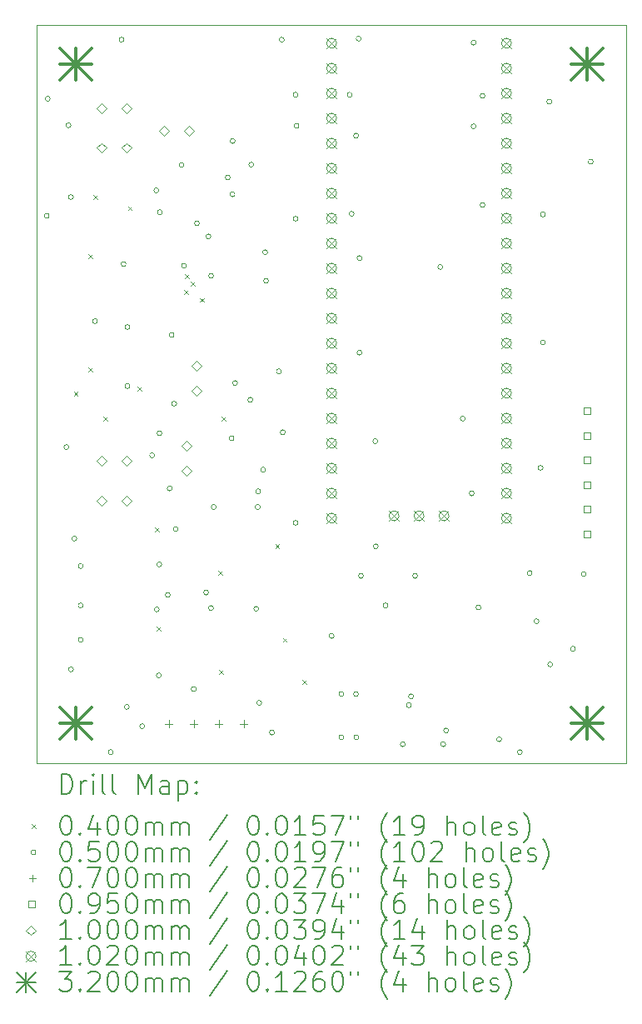
<source format=gbr>
%TF.GenerationSoftware,KiCad,Pcbnew,(6.0.10)*%
%TF.CreationDate,2023-03-05T19:00:13+01:00*%
%TF.ProjectId,HighPrecPosSens,48696768-5072-4656-9350-6f7353656e73,1*%
%TF.SameCoordinates,Original*%
%TF.FileFunction,Drillmap*%
%TF.FilePolarity,Positive*%
%FSLAX45Y45*%
G04 Gerber Fmt 4.5, Leading zero omitted, Abs format (unit mm)*
G04 Created by KiCad (PCBNEW (6.0.10)) date 2023-03-05 19:00:13*
%MOMM*%
%LPD*%
G01*
G04 APERTURE LIST*
%ADD10C,0.100000*%
%ADD11C,0.200000*%
%ADD12C,0.040000*%
%ADD13C,0.050000*%
%ADD14C,0.070000*%
%ADD15C,0.095000*%
%ADD16C,0.102000*%
%ADD17C,0.320000*%
G04 APERTURE END LIST*
D10*
X6275000Y-5398086D02*
X12275000Y-5398086D01*
X12275000Y-5398086D02*
X12275000Y-12898086D01*
X12275000Y-12898086D02*
X6275000Y-12898086D01*
X6275000Y-12898086D02*
X6275000Y-5398086D01*
D11*
D12*
X6655000Y-9128086D02*
X6695000Y-9168086D01*
X6695000Y-9128086D02*
X6655000Y-9168086D01*
X6805000Y-7728086D02*
X6845000Y-7768086D01*
X6845000Y-7728086D02*
X6805000Y-7768086D01*
X6805000Y-8878086D02*
X6845000Y-8918086D01*
X6845000Y-8878086D02*
X6805000Y-8918086D01*
X6853131Y-7127352D02*
X6893131Y-7167352D01*
X6893131Y-7127352D02*
X6853131Y-7167352D01*
X6955000Y-9378086D02*
X6995000Y-9418086D01*
X6995000Y-9378086D02*
X6955000Y-9418086D01*
X7205000Y-7243136D02*
X7245000Y-7283136D01*
X7245000Y-7243136D02*
X7205000Y-7283136D01*
X7305000Y-9078086D02*
X7345000Y-9118086D01*
X7345000Y-9078086D02*
X7305000Y-9118086D01*
X7480000Y-10505000D02*
X7520000Y-10545000D01*
X7520000Y-10505000D02*
X7480000Y-10545000D01*
X7498400Y-11511600D02*
X7538400Y-11551600D01*
X7538400Y-11511600D02*
X7498400Y-11551600D01*
X7779669Y-8093668D02*
X7819669Y-8133668D01*
X7819669Y-8093668D02*
X7779669Y-8133668D01*
X7783712Y-7931490D02*
X7823712Y-7971490D01*
X7823712Y-7931490D02*
X7783712Y-7971490D01*
X7847352Y-8008562D02*
X7887352Y-8048562D01*
X7887352Y-8008562D02*
X7847352Y-8048562D01*
X7937450Y-8174569D02*
X7977450Y-8214569D01*
X7977450Y-8174569D02*
X7937450Y-8214569D01*
X8123500Y-10946586D02*
X8163500Y-10986586D01*
X8163500Y-10946586D02*
X8123500Y-10986586D01*
X8130000Y-11953086D02*
X8170000Y-11993086D01*
X8170000Y-11953086D02*
X8130000Y-11993086D01*
X8156070Y-9381616D02*
X8196070Y-9421616D01*
X8196070Y-9381616D02*
X8156070Y-9421616D01*
X8705000Y-10678086D02*
X8745000Y-10718086D01*
X8745000Y-10678086D02*
X8705000Y-10718086D01*
X8780000Y-11628086D02*
X8820000Y-11668086D01*
X8820000Y-11628086D02*
X8780000Y-11668086D01*
X8980000Y-12053086D02*
X9020000Y-12093086D01*
X9020000Y-12053086D02*
X8980000Y-12093086D01*
D13*
X6405000Y-7339086D02*
G75*
G03*
X6405000Y-7339086I-25000J0D01*
G01*
X6415000Y-6149086D02*
G75*
G03*
X6415000Y-6149086I-25000J0D01*
G01*
X6605000Y-9689086D02*
G75*
G03*
X6605000Y-9689086I-25000J0D01*
G01*
X6625000Y-6419086D02*
G75*
G03*
X6625000Y-6419086I-25000J0D01*
G01*
X6650000Y-7148086D02*
G75*
G03*
X6650000Y-7148086I-25000J0D01*
G01*
X6650035Y-11948051D02*
G75*
G03*
X6650035Y-11948051I-25000J0D01*
G01*
X6685000Y-10619086D02*
G75*
G03*
X6685000Y-10619086I-25000J0D01*
G01*
X6750000Y-10898086D02*
G75*
G03*
X6750000Y-10898086I-25000J0D01*
G01*
X6750000Y-11298086D02*
G75*
G03*
X6750000Y-11298086I-25000J0D01*
G01*
X6750000Y-11648086D02*
G75*
G03*
X6750000Y-11648086I-25000J0D01*
G01*
X6895000Y-8409086D02*
G75*
G03*
X6895000Y-8409086I-25000J0D01*
G01*
X7055000Y-12789086D02*
G75*
G03*
X7055000Y-12789086I-25000J0D01*
G01*
X7165000Y-5549086D02*
G75*
G03*
X7165000Y-5549086I-25000J0D01*
G01*
X7185000Y-7829086D02*
G75*
G03*
X7185000Y-7829086I-25000J0D01*
G01*
X7219000Y-12329086D02*
G75*
G03*
X7219000Y-12329086I-25000J0D01*
G01*
X7225000Y-8469086D02*
G75*
G03*
X7225000Y-8469086I-25000J0D01*
G01*
X7225000Y-9069086D02*
G75*
G03*
X7225000Y-9069086I-25000J0D01*
G01*
X7375000Y-12525000D02*
G75*
G03*
X7375000Y-12525000I-25000J0D01*
G01*
X7475000Y-9773086D02*
G75*
G03*
X7475000Y-9773086I-25000J0D01*
G01*
X7517700Y-7080386D02*
G75*
G03*
X7517700Y-7080386I-25000J0D01*
G01*
X7523080Y-11338560D02*
G75*
G03*
X7523080Y-11338560I-25000J0D01*
G01*
X7545000Y-12009086D02*
G75*
G03*
X7545000Y-12009086I-25000J0D01*
G01*
X7548480Y-10881360D02*
G75*
G03*
X7548480Y-10881360I-25000J0D01*
G01*
X7550000Y-9548086D02*
G75*
G03*
X7550000Y-9548086I-25000J0D01*
G01*
X7554500Y-7301944D02*
G75*
G03*
X7554500Y-7301944I-25000J0D01*
G01*
X7634840Y-11191240D02*
G75*
G03*
X7634840Y-11191240I-25000J0D01*
G01*
X7655000Y-10109086D02*
G75*
G03*
X7655000Y-10109086I-25000J0D01*
G01*
X7675000Y-8550000D02*
G75*
G03*
X7675000Y-8550000I-25000J0D01*
G01*
X7700000Y-9248086D02*
G75*
G03*
X7700000Y-9248086I-25000J0D01*
G01*
X7716120Y-10520680D02*
G75*
G03*
X7716120Y-10520680I-25000J0D01*
G01*
X7775000Y-6823086D02*
G75*
G03*
X7775000Y-6823086I-25000J0D01*
G01*
X7799323Y-7845541D02*
G75*
G03*
X7799323Y-7845541I-25000J0D01*
G01*
X7900000Y-12148086D02*
G75*
G03*
X7900000Y-12148086I-25000J0D01*
G01*
X7933000Y-7415086D02*
G75*
G03*
X7933000Y-7415086I-25000J0D01*
G01*
X8024472Y-11167131D02*
G75*
G03*
X8024472Y-11167131I-25000J0D01*
G01*
X8048500Y-7548086D02*
G75*
G03*
X8048500Y-7548086I-25000J0D01*
G01*
X8075000Y-7948086D02*
G75*
G03*
X8075000Y-7948086I-25000J0D01*
G01*
X8075000Y-11325000D02*
G75*
G03*
X8075000Y-11325000I-25000J0D01*
G01*
X8102600Y-10298086D02*
G75*
G03*
X8102600Y-10298086I-25000J0D01*
G01*
X8245000Y-6949086D02*
G75*
G03*
X8245000Y-6949086I-25000J0D01*
G01*
X8285000Y-9599086D02*
G75*
G03*
X8285000Y-9599086I-25000J0D01*
G01*
X8292873Y-7121027D02*
G75*
G03*
X8292873Y-7121027I-25000J0D01*
G01*
X8295000Y-6579086D02*
G75*
G03*
X8295000Y-6579086I-25000J0D01*
G01*
X8319500Y-9039086D02*
G75*
G03*
X8319500Y-9039086I-25000J0D01*
G01*
X8475000Y-9209086D02*
G75*
G03*
X8475000Y-9209086I-25000J0D01*
G01*
X8485000Y-6819086D02*
G75*
G03*
X8485000Y-6819086I-25000J0D01*
G01*
X8534500Y-11332586D02*
G75*
G03*
X8534500Y-11332586I-25000J0D01*
G01*
X8550000Y-10298086D02*
G75*
G03*
X8550000Y-10298086I-25000J0D01*
G01*
X8555000Y-10139086D02*
G75*
G03*
X8555000Y-10139086I-25000J0D01*
G01*
X8565000Y-12289086D02*
G75*
G03*
X8565000Y-12289086I-25000J0D01*
G01*
X8605000Y-9919086D02*
G75*
G03*
X8605000Y-9919086I-25000J0D01*
G01*
X8625000Y-7709086D02*
G75*
G03*
X8625000Y-7709086I-25000J0D01*
G01*
X8635000Y-7999086D02*
G75*
G03*
X8635000Y-7999086I-25000J0D01*
G01*
X8695000Y-12589086D02*
G75*
G03*
X8695000Y-12589086I-25000J0D01*
G01*
X8765000Y-8919086D02*
G75*
G03*
X8765000Y-8919086I-25000J0D01*
G01*
X8795000Y-5549086D02*
G75*
G03*
X8795000Y-5549086I-25000J0D01*
G01*
X8805000Y-9539086D02*
G75*
G03*
X8805000Y-9539086I-25000J0D01*
G01*
X8935000Y-6109086D02*
G75*
G03*
X8935000Y-6109086I-25000J0D01*
G01*
X8935000Y-7369086D02*
G75*
G03*
X8935000Y-7369086I-25000J0D01*
G01*
X8935500Y-10458586D02*
G75*
G03*
X8935500Y-10458586I-25000J0D01*
G01*
X8945000Y-6425000D02*
G75*
G03*
X8945000Y-6425000I-25000J0D01*
G01*
X9301080Y-11607800D02*
G75*
G03*
X9301080Y-11607800I-25000J0D01*
G01*
X9400000Y-12198086D02*
G75*
G03*
X9400000Y-12198086I-25000J0D01*
G01*
X9400000Y-12638136D02*
G75*
G03*
X9400000Y-12638136I-25000J0D01*
G01*
X9485000Y-6109086D02*
G75*
G03*
X9485000Y-6109086I-25000J0D01*
G01*
X9505000Y-7319086D02*
G75*
G03*
X9505000Y-7319086I-25000J0D01*
G01*
X9550000Y-6525000D02*
G75*
G03*
X9550000Y-6525000I-25000J0D01*
G01*
X9550000Y-12198086D02*
G75*
G03*
X9550000Y-12198086I-25000J0D01*
G01*
X9551718Y-12638136D02*
G75*
G03*
X9551718Y-12638136I-25000J0D01*
G01*
X9575000Y-5539086D02*
G75*
G03*
X9575000Y-5539086I-25000J0D01*
G01*
X9585000Y-7769086D02*
G75*
G03*
X9585000Y-7769086I-25000J0D01*
G01*
X9585000Y-8729086D02*
G75*
G03*
X9585000Y-8729086I-25000J0D01*
G01*
X9600000Y-10998086D02*
G75*
G03*
X9600000Y-10998086I-25000J0D01*
G01*
X9745000Y-9629086D02*
G75*
G03*
X9745000Y-9629086I-25000J0D01*
G01*
X9750000Y-10698086D02*
G75*
G03*
X9750000Y-10698086I-25000J0D01*
G01*
X9850000Y-11298086D02*
G75*
G03*
X9850000Y-11298086I-25000J0D01*
G01*
X10025000Y-12709086D02*
G75*
G03*
X10025000Y-12709086I-25000J0D01*
G01*
X10086750Y-12311336D02*
G75*
G03*
X10086750Y-12311336I-25000J0D01*
G01*
X10108800Y-12222480D02*
G75*
G03*
X10108800Y-12222480I-25000J0D01*
G01*
X10150000Y-10998086D02*
G75*
G03*
X10150000Y-10998086I-25000J0D01*
G01*
X10405000Y-7859086D02*
G75*
G03*
X10405000Y-7859086I-25000J0D01*
G01*
X10435000Y-12709086D02*
G75*
G03*
X10435000Y-12709086I-25000J0D01*
G01*
X10465000Y-12569086D02*
G75*
G03*
X10465000Y-12569086I-25000J0D01*
G01*
X10635000Y-9399086D02*
G75*
G03*
X10635000Y-9399086I-25000J0D01*
G01*
X10725000Y-10159086D02*
G75*
G03*
X10725000Y-10159086I-25000J0D01*
G01*
X10745000Y-5579086D02*
G75*
G03*
X10745000Y-5579086I-25000J0D01*
G01*
X10745000Y-6429086D02*
G75*
G03*
X10745000Y-6429086I-25000J0D01*
G01*
X10795000Y-11319086D02*
G75*
G03*
X10795000Y-11319086I-25000J0D01*
G01*
X10835000Y-6119086D02*
G75*
G03*
X10835000Y-6119086I-25000J0D01*
G01*
X10835000Y-7229086D02*
G75*
G03*
X10835000Y-7229086I-25000J0D01*
G01*
X11005000Y-12659086D02*
G75*
G03*
X11005000Y-12659086I-25000J0D01*
G01*
X11215000Y-12789086D02*
G75*
G03*
X11215000Y-12789086I-25000J0D01*
G01*
X11315000Y-10969086D02*
G75*
G03*
X11315000Y-10969086I-25000J0D01*
G01*
X11385000Y-11459086D02*
G75*
G03*
X11385000Y-11459086I-25000J0D01*
G01*
X11425000Y-9900000D02*
G75*
G03*
X11425000Y-9900000I-25000J0D01*
G01*
X11450000Y-7325000D02*
G75*
G03*
X11450000Y-7325000I-25000J0D01*
G01*
X11450000Y-8625000D02*
G75*
G03*
X11450000Y-8625000I-25000J0D01*
G01*
X11515000Y-6179086D02*
G75*
G03*
X11515000Y-6179086I-25000J0D01*
G01*
X11523154Y-11897241D02*
G75*
G03*
X11523154Y-11897241I-25000J0D01*
G01*
X11755000Y-11739086D02*
G75*
G03*
X11755000Y-11739086I-25000J0D01*
G01*
X11865000Y-10979086D02*
G75*
G03*
X11865000Y-10979086I-25000J0D01*
G01*
X11935000Y-6789086D02*
G75*
G03*
X11935000Y-6789086I-25000J0D01*
G01*
D14*
X7620000Y-12465000D02*
X7620000Y-12535000D01*
X7585000Y-12500000D02*
X7655000Y-12500000D01*
X7874000Y-12465000D02*
X7874000Y-12535000D01*
X7839000Y-12500000D02*
X7909000Y-12500000D01*
X8128000Y-12465000D02*
X8128000Y-12535000D01*
X8093000Y-12500000D02*
X8163000Y-12500000D01*
X8382000Y-12465000D02*
X8382000Y-12535000D01*
X8347000Y-12500000D02*
X8417000Y-12500000D01*
D15*
X11906088Y-9356674D02*
X11906088Y-9289499D01*
X11838912Y-9289499D01*
X11838912Y-9356674D01*
X11906088Y-9356674D01*
X11906088Y-9606674D02*
X11906088Y-9539499D01*
X11838912Y-9539499D01*
X11838912Y-9606674D01*
X11906088Y-9606674D01*
X11906088Y-9856674D02*
X11906088Y-9789499D01*
X11838912Y-9789499D01*
X11838912Y-9856674D01*
X11906088Y-9856674D01*
X11906088Y-10106674D02*
X11906088Y-10039499D01*
X11838912Y-10039499D01*
X11838912Y-10106674D01*
X11906088Y-10106674D01*
X11906088Y-10356674D02*
X11906088Y-10289499D01*
X11838912Y-10289499D01*
X11838912Y-10356674D01*
X11906088Y-10356674D01*
X11906088Y-10606674D02*
X11906088Y-10539499D01*
X11838912Y-10539499D01*
X11838912Y-10606674D01*
X11906088Y-10606674D01*
D10*
X6938500Y-6298086D02*
X6988500Y-6248086D01*
X6938500Y-6198086D01*
X6888500Y-6248086D01*
X6938500Y-6298086D01*
X6938500Y-6698086D02*
X6988500Y-6648086D01*
X6938500Y-6598086D01*
X6888500Y-6648086D01*
X6938500Y-6698086D01*
X6939000Y-9881086D02*
X6989000Y-9831086D01*
X6939000Y-9781086D01*
X6889000Y-9831086D01*
X6939000Y-9881086D01*
X6939000Y-10281086D02*
X6989000Y-10231086D01*
X6939000Y-10181086D01*
X6889000Y-10231086D01*
X6939000Y-10281086D01*
X7192500Y-6298086D02*
X7242500Y-6248086D01*
X7192500Y-6198086D01*
X7142500Y-6248086D01*
X7192500Y-6298086D01*
X7192500Y-6698086D02*
X7242500Y-6648086D01*
X7192500Y-6598086D01*
X7142500Y-6648086D01*
X7192500Y-6698086D01*
X7193000Y-9881086D02*
X7243000Y-9831086D01*
X7193000Y-9781086D01*
X7143000Y-9831086D01*
X7193000Y-9881086D01*
X7193000Y-10281086D02*
X7243000Y-10231086D01*
X7193000Y-10181086D01*
X7143000Y-10231086D01*
X7193000Y-10281086D01*
X7569200Y-6527000D02*
X7619200Y-6477000D01*
X7569200Y-6427000D01*
X7519200Y-6477000D01*
X7569200Y-6527000D01*
X7797800Y-9727400D02*
X7847800Y-9677400D01*
X7797800Y-9627400D01*
X7747800Y-9677400D01*
X7797800Y-9727400D01*
X7797800Y-9981400D02*
X7847800Y-9931400D01*
X7797800Y-9881400D01*
X7747800Y-9931400D01*
X7797800Y-9981400D01*
X7823200Y-6527000D02*
X7873200Y-6477000D01*
X7823200Y-6427000D01*
X7773200Y-6477000D01*
X7823200Y-6527000D01*
X7899400Y-8915100D02*
X7949400Y-8865100D01*
X7899400Y-8815100D01*
X7849400Y-8865100D01*
X7899400Y-8915100D01*
X7899400Y-9169100D02*
X7949400Y-9119100D01*
X7899400Y-9069100D01*
X7849400Y-9119100D01*
X7899400Y-9169100D01*
D16*
X9225000Y-5534086D02*
X9327000Y-5636086D01*
X9327000Y-5534086D02*
X9225000Y-5636086D01*
X9327000Y-5585086D02*
G75*
G03*
X9327000Y-5585086I-51000J0D01*
G01*
X9225000Y-5788086D02*
X9327000Y-5890086D01*
X9327000Y-5788086D02*
X9225000Y-5890086D01*
X9327000Y-5839086D02*
G75*
G03*
X9327000Y-5839086I-51000J0D01*
G01*
X9225000Y-6042086D02*
X9327000Y-6144086D01*
X9327000Y-6042086D02*
X9225000Y-6144086D01*
X9327000Y-6093086D02*
G75*
G03*
X9327000Y-6093086I-51000J0D01*
G01*
X9225000Y-6296086D02*
X9327000Y-6398086D01*
X9327000Y-6296086D02*
X9225000Y-6398086D01*
X9327000Y-6347086D02*
G75*
G03*
X9327000Y-6347086I-51000J0D01*
G01*
X9225000Y-6550086D02*
X9327000Y-6652086D01*
X9327000Y-6550086D02*
X9225000Y-6652086D01*
X9327000Y-6601086D02*
G75*
G03*
X9327000Y-6601086I-51000J0D01*
G01*
X9225000Y-6804086D02*
X9327000Y-6906086D01*
X9327000Y-6804086D02*
X9225000Y-6906086D01*
X9327000Y-6855086D02*
G75*
G03*
X9327000Y-6855086I-51000J0D01*
G01*
X9225000Y-7058086D02*
X9327000Y-7160086D01*
X9327000Y-7058086D02*
X9225000Y-7160086D01*
X9327000Y-7109086D02*
G75*
G03*
X9327000Y-7109086I-51000J0D01*
G01*
X9225000Y-7312086D02*
X9327000Y-7414086D01*
X9327000Y-7312086D02*
X9225000Y-7414086D01*
X9327000Y-7363086D02*
G75*
G03*
X9327000Y-7363086I-51000J0D01*
G01*
X9225000Y-7566086D02*
X9327000Y-7668086D01*
X9327000Y-7566086D02*
X9225000Y-7668086D01*
X9327000Y-7617086D02*
G75*
G03*
X9327000Y-7617086I-51000J0D01*
G01*
X9225000Y-7820086D02*
X9327000Y-7922086D01*
X9327000Y-7820086D02*
X9225000Y-7922086D01*
X9327000Y-7871086D02*
G75*
G03*
X9327000Y-7871086I-51000J0D01*
G01*
X9225000Y-8074086D02*
X9327000Y-8176086D01*
X9327000Y-8074086D02*
X9225000Y-8176086D01*
X9327000Y-8125086D02*
G75*
G03*
X9327000Y-8125086I-51000J0D01*
G01*
X9225000Y-8328086D02*
X9327000Y-8430086D01*
X9327000Y-8328086D02*
X9225000Y-8430086D01*
X9327000Y-8379086D02*
G75*
G03*
X9327000Y-8379086I-51000J0D01*
G01*
X9225000Y-8582086D02*
X9327000Y-8684086D01*
X9327000Y-8582086D02*
X9225000Y-8684086D01*
X9327000Y-8633086D02*
G75*
G03*
X9327000Y-8633086I-51000J0D01*
G01*
X9225000Y-8836086D02*
X9327000Y-8938086D01*
X9327000Y-8836086D02*
X9225000Y-8938086D01*
X9327000Y-8887086D02*
G75*
G03*
X9327000Y-8887086I-51000J0D01*
G01*
X9225000Y-9090086D02*
X9327000Y-9192086D01*
X9327000Y-9090086D02*
X9225000Y-9192086D01*
X9327000Y-9141086D02*
G75*
G03*
X9327000Y-9141086I-51000J0D01*
G01*
X9225000Y-9344086D02*
X9327000Y-9446086D01*
X9327000Y-9344086D02*
X9225000Y-9446086D01*
X9327000Y-9395086D02*
G75*
G03*
X9327000Y-9395086I-51000J0D01*
G01*
X9225000Y-9598086D02*
X9327000Y-9700086D01*
X9327000Y-9598086D02*
X9225000Y-9700086D01*
X9327000Y-9649086D02*
G75*
G03*
X9327000Y-9649086I-51000J0D01*
G01*
X9225000Y-9852086D02*
X9327000Y-9954086D01*
X9327000Y-9852086D02*
X9225000Y-9954086D01*
X9327000Y-9903086D02*
G75*
G03*
X9327000Y-9903086I-51000J0D01*
G01*
X9225000Y-10106086D02*
X9327000Y-10208086D01*
X9327000Y-10106086D02*
X9225000Y-10208086D01*
X9327000Y-10157086D02*
G75*
G03*
X9327000Y-10157086I-51000J0D01*
G01*
X9225000Y-10360086D02*
X9327000Y-10462086D01*
X9327000Y-10360086D02*
X9225000Y-10462086D01*
X9327000Y-10411086D02*
G75*
G03*
X9327000Y-10411086I-51000J0D01*
G01*
X9860000Y-10337086D02*
X9962000Y-10439086D01*
X9962000Y-10337086D02*
X9860000Y-10439086D01*
X9962000Y-10388086D02*
G75*
G03*
X9962000Y-10388086I-51000J0D01*
G01*
X10114000Y-10337086D02*
X10216000Y-10439086D01*
X10216000Y-10337086D02*
X10114000Y-10439086D01*
X10216000Y-10388086D02*
G75*
G03*
X10216000Y-10388086I-51000J0D01*
G01*
X10368000Y-10337086D02*
X10470000Y-10439086D01*
X10470000Y-10337086D02*
X10368000Y-10439086D01*
X10470000Y-10388086D02*
G75*
G03*
X10470000Y-10388086I-51000J0D01*
G01*
X11003000Y-5534086D02*
X11105000Y-5636086D01*
X11105000Y-5534086D02*
X11003000Y-5636086D01*
X11105000Y-5585086D02*
G75*
G03*
X11105000Y-5585086I-51000J0D01*
G01*
X11003000Y-5788086D02*
X11105000Y-5890086D01*
X11105000Y-5788086D02*
X11003000Y-5890086D01*
X11105000Y-5839086D02*
G75*
G03*
X11105000Y-5839086I-51000J0D01*
G01*
X11003000Y-6042086D02*
X11105000Y-6144086D01*
X11105000Y-6042086D02*
X11003000Y-6144086D01*
X11105000Y-6093086D02*
G75*
G03*
X11105000Y-6093086I-51000J0D01*
G01*
X11003000Y-6296086D02*
X11105000Y-6398086D01*
X11105000Y-6296086D02*
X11003000Y-6398086D01*
X11105000Y-6347086D02*
G75*
G03*
X11105000Y-6347086I-51000J0D01*
G01*
X11003000Y-6550086D02*
X11105000Y-6652086D01*
X11105000Y-6550086D02*
X11003000Y-6652086D01*
X11105000Y-6601086D02*
G75*
G03*
X11105000Y-6601086I-51000J0D01*
G01*
X11003000Y-6804086D02*
X11105000Y-6906086D01*
X11105000Y-6804086D02*
X11003000Y-6906086D01*
X11105000Y-6855086D02*
G75*
G03*
X11105000Y-6855086I-51000J0D01*
G01*
X11003000Y-7058086D02*
X11105000Y-7160086D01*
X11105000Y-7058086D02*
X11003000Y-7160086D01*
X11105000Y-7109086D02*
G75*
G03*
X11105000Y-7109086I-51000J0D01*
G01*
X11003000Y-7312086D02*
X11105000Y-7414086D01*
X11105000Y-7312086D02*
X11003000Y-7414086D01*
X11105000Y-7363086D02*
G75*
G03*
X11105000Y-7363086I-51000J0D01*
G01*
X11003000Y-7566086D02*
X11105000Y-7668086D01*
X11105000Y-7566086D02*
X11003000Y-7668086D01*
X11105000Y-7617086D02*
G75*
G03*
X11105000Y-7617086I-51000J0D01*
G01*
X11003000Y-7820086D02*
X11105000Y-7922086D01*
X11105000Y-7820086D02*
X11003000Y-7922086D01*
X11105000Y-7871086D02*
G75*
G03*
X11105000Y-7871086I-51000J0D01*
G01*
X11003000Y-8074086D02*
X11105000Y-8176086D01*
X11105000Y-8074086D02*
X11003000Y-8176086D01*
X11105000Y-8125086D02*
G75*
G03*
X11105000Y-8125086I-51000J0D01*
G01*
X11003000Y-8328086D02*
X11105000Y-8430086D01*
X11105000Y-8328086D02*
X11003000Y-8430086D01*
X11105000Y-8379086D02*
G75*
G03*
X11105000Y-8379086I-51000J0D01*
G01*
X11003000Y-8582086D02*
X11105000Y-8684086D01*
X11105000Y-8582086D02*
X11003000Y-8684086D01*
X11105000Y-8633086D02*
G75*
G03*
X11105000Y-8633086I-51000J0D01*
G01*
X11003000Y-8836086D02*
X11105000Y-8938086D01*
X11105000Y-8836086D02*
X11003000Y-8938086D01*
X11105000Y-8887086D02*
G75*
G03*
X11105000Y-8887086I-51000J0D01*
G01*
X11003000Y-9090086D02*
X11105000Y-9192086D01*
X11105000Y-9090086D02*
X11003000Y-9192086D01*
X11105000Y-9141086D02*
G75*
G03*
X11105000Y-9141086I-51000J0D01*
G01*
X11003000Y-9344086D02*
X11105000Y-9446086D01*
X11105000Y-9344086D02*
X11003000Y-9446086D01*
X11105000Y-9395086D02*
G75*
G03*
X11105000Y-9395086I-51000J0D01*
G01*
X11003000Y-9598086D02*
X11105000Y-9700086D01*
X11105000Y-9598086D02*
X11003000Y-9700086D01*
X11105000Y-9649086D02*
G75*
G03*
X11105000Y-9649086I-51000J0D01*
G01*
X11003000Y-9852086D02*
X11105000Y-9954086D01*
X11105000Y-9852086D02*
X11003000Y-9954086D01*
X11105000Y-9903086D02*
G75*
G03*
X11105000Y-9903086I-51000J0D01*
G01*
X11003000Y-10106086D02*
X11105000Y-10208086D01*
X11105000Y-10106086D02*
X11003000Y-10208086D01*
X11105000Y-10157086D02*
G75*
G03*
X11105000Y-10157086I-51000J0D01*
G01*
X11003000Y-10360086D02*
X11105000Y-10462086D01*
X11105000Y-10360086D02*
X11003000Y-10462086D01*
X11105000Y-10411086D02*
G75*
G03*
X11105000Y-10411086I-51000J0D01*
G01*
D17*
X6515000Y-5638086D02*
X6835000Y-5958086D01*
X6835000Y-5638086D02*
X6515000Y-5958086D01*
X6675000Y-5638086D02*
X6675000Y-5958086D01*
X6515000Y-5798086D02*
X6835000Y-5798086D01*
X6515000Y-12338086D02*
X6835000Y-12658086D01*
X6835000Y-12338086D02*
X6515000Y-12658086D01*
X6675000Y-12338086D02*
X6675000Y-12658086D01*
X6515000Y-12498086D02*
X6835000Y-12498086D01*
X11715000Y-5638086D02*
X12035000Y-5958086D01*
X12035000Y-5638086D02*
X11715000Y-5958086D01*
X11875000Y-5638086D02*
X11875000Y-5958086D01*
X11715000Y-5798086D02*
X12035000Y-5798086D01*
X11715000Y-12338086D02*
X12035000Y-12658086D01*
X12035000Y-12338086D02*
X11715000Y-12658086D01*
X11875000Y-12338086D02*
X11875000Y-12658086D01*
X11715000Y-12498086D02*
X12035000Y-12498086D01*
D11*
X6527619Y-13213562D02*
X6527619Y-13013562D01*
X6575238Y-13013562D01*
X6603809Y-13023086D01*
X6622857Y-13042134D01*
X6632381Y-13061182D01*
X6641905Y-13099277D01*
X6641905Y-13127848D01*
X6632381Y-13165943D01*
X6622857Y-13184991D01*
X6603809Y-13204039D01*
X6575238Y-13213562D01*
X6527619Y-13213562D01*
X6727619Y-13213562D02*
X6727619Y-13080229D01*
X6727619Y-13118324D02*
X6737143Y-13099277D01*
X6746667Y-13089753D01*
X6765714Y-13080229D01*
X6784762Y-13080229D01*
X6851428Y-13213562D02*
X6851428Y-13080229D01*
X6851428Y-13013562D02*
X6841905Y-13023086D01*
X6851428Y-13032610D01*
X6860952Y-13023086D01*
X6851428Y-13013562D01*
X6851428Y-13032610D01*
X6975238Y-13213562D02*
X6956190Y-13204039D01*
X6946667Y-13184991D01*
X6946667Y-13013562D01*
X7080000Y-13213562D02*
X7060952Y-13204039D01*
X7051428Y-13184991D01*
X7051428Y-13013562D01*
X7308571Y-13213562D02*
X7308571Y-13013562D01*
X7375238Y-13156420D01*
X7441905Y-13013562D01*
X7441905Y-13213562D01*
X7622857Y-13213562D02*
X7622857Y-13108801D01*
X7613333Y-13089753D01*
X7594286Y-13080229D01*
X7556190Y-13080229D01*
X7537143Y-13089753D01*
X7622857Y-13204039D02*
X7603809Y-13213562D01*
X7556190Y-13213562D01*
X7537143Y-13204039D01*
X7527619Y-13184991D01*
X7527619Y-13165943D01*
X7537143Y-13146896D01*
X7556190Y-13137372D01*
X7603809Y-13137372D01*
X7622857Y-13127848D01*
X7718095Y-13080229D02*
X7718095Y-13280229D01*
X7718095Y-13089753D02*
X7737143Y-13080229D01*
X7775238Y-13080229D01*
X7794286Y-13089753D01*
X7803809Y-13099277D01*
X7813333Y-13118324D01*
X7813333Y-13175467D01*
X7803809Y-13194515D01*
X7794286Y-13204039D01*
X7775238Y-13213562D01*
X7737143Y-13213562D01*
X7718095Y-13204039D01*
X7899048Y-13194515D02*
X7908571Y-13204039D01*
X7899048Y-13213562D01*
X7889524Y-13204039D01*
X7899048Y-13194515D01*
X7899048Y-13213562D01*
X7899048Y-13089753D02*
X7908571Y-13099277D01*
X7899048Y-13108801D01*
X7889524Y-13099277D01*
X7899048Y-13089753D01*
X7899048Y-13108801D01*
D12*
X6230000Y-13523086D02*
X6270000Y-13563086D01*
X6270000Y-13523086D02*
X6230000Y-13563086D01*
D11*
X6565714Y-13433562D02*
X6584762Y-13433562D01*
X6603809Y-13443086D01*
X6613333Y-13452610D01*
X6622857Y-13471658D01*
X6632381Y-13509753D01*
X6632381Y-13557372D01*
X6622857Y-13595467D01*
X6613333Y-13614515D01*
X6603809Y-13624039D01*
X6584762Y-13633562D01*
X6565714Y-13633562D01*
X6546667Y-13624039D01*
X6537143Y-13614515D01*
X6527619Y-13595467D01*
X6518095Y-13557372D01*
X6518095Y-13509753D01*
X6527619Y-13471658D01*
X6537143Y-13452610D01*
X6546667Y-13443086D01*
X6565714Y-13433562D01*
X6718095Y-13614515D02*
X6727619Y-13624039D01*
X6718095Y-13633562D01*
X6708571Y-13624039D01*
X6718095Y-13614515D01*
X6718095Y-13633562D01*
X6899048Y-13500229D02*
X6899048Y-13633562D01*
X6851428Y-13424039D02*
X6803809Y-13566896D01*
X6927619Y-13566896D01*
X7041905Y-13433562D02*
X7060952Y-13433562D01*
X7080000Y-13443086D01*
X7089524Y-13452610D01*
X7099048Y-13471658D01*
X7108571Y-13509753D01*
X7108571Y-13557372D01*
X7099048Y-13595467D01*
X7089524Y-13614515D01*
X7080000Y-13624039D01*
X7060952Y-13633562D01*
X7041905Y-13633562D01*
X7022857Y-13624039D01*
X7013333Y-13614515D01*
X7003809Y-13595467D01*
X6994286Y-13557372D01*
X6994286Y-13509753D01*
X7003809Y-13471658D01*
X7013333Y-13452610D01*
X7022857Y-13443086D01*
X7041905Y-13433562D01*
X7232381Y-13433562D02*
X7251428Y-13433562D01*
X7270476Y-13443086D01*
X7280000Y-13452610D01*
X7289524Y-13471658D01*
X7299048Y-13509753D01*
X7299048Y-13557372D01*
X7289524Y-13595467D01*
X7280000Y-13614515D01*
X7270476Y-13624039D01*
X7251428Y-13633562D01*
X7232381Y-13633562D01*
X7213333Y-13624039D01*
X7203809Y-13614515D01*
X7194286Y-13595467D01*
X7184762Y-13557372D01*
X7184762Y-13509753D01*
X7194286Y-13471658D01*
X7203809Y-13452610D01*
X7213333Y-13443086D01*
X7232381Y-13433562D01*
X7384762Y-13633562D02*
X7384762Y-13500229D01*
X7384762Y-13519277D02*
X7394286Y-13509753D01*
X7413333Y-13500229D01*
X7441905Y-13500229D01*
X7460952Y-13509753D01*
X7470476Y-13528801D01*
X7470476Y-13633562D01*
X7470476Y-13528801D02*
X7480000Y-13509753D01*
X7499048Y-13500229D01*
X7527619Y-13500229D01*
X7546667Y-13509753D01*
X7556190Y-13528801D01*
X7556190Y-13633562D01*
X7651428Y-13633562D02*
X7651428Y-13500229D01*
X7651428Y-13519277D02*
X7660952Y-13509753D01*
X7680000Y-13500229D01*
X7708571Y-13500229D01*
X7727619Y-13509753D01*
X7737143Y-13528801D01*
X7737143Y-13633562D01*
X7737143Y-13528801D02*
X7746667Y-13509753D01*
X7765714Y-13500229D01*
X7794286Y-13500229D01*
X7813333Y-13509753D01*
X7822857Y-13528801D01*
X7822857Y-13633562D01*
X8213333Y-13424039D02*
X8041905Y-13681182D01*
X8470476Y-13433562D02*
X8489524Y-13433562D01*
X8508571Y-13443086D01*
X8518095Y-13452610D01*
X8527619Y-13471658D01*
X8537143Y-13509753D01*
X8537143Y-13557372D01*
X8527619Y-13595467D01*
X8518095Y-13614515D01*
X8508571Y-13624039D01*
X8489524Y-13633562D01*
X8470476Y-13633562D01*
X8451429Y-13624039D01*
X8441905Y-13614515D01*
X8432381Y-13595467D01*
X8422857Y-13557372D01*
X8422857Y-13509753D01*
X8432381Y-13471658D01*
X8441905Y-13452610D01*
X8451429Y-13443086D01*
X8470476Y-13433562D01*
X8622857Y-13614515D02*
X8632381Y-13624039D01*
X8622857Y-13633562D01*
X8613333Y-13624039D01*
X8622857Y-13614515D01*
X8622857Y-13633562D01*
X8756190Y-13433562D02*
X8775238Y-13433562D01*
X8794286Y-13443086D01*
X8803810Y-13452610D01*
X8813333Y-13471658D01*
X8822857Y-13509753D01*
X8822857Y-13557372D01*
X8813333Y-13595467D01*
X8803810Y-13614515D01*
X8794286Y-13624039D01*
X8775238Y-13633562D01*
X8756190Y-13633562D01*
X8737143Y-13624039D01*
X8727619Y-13614515D01*
X8718095Y-13595467D01*
X8708571Y-13557372D01*
X8708571Y-13509753D01*
X8718095Y-13471658D01*
X8727619Y-13452610D01*
X8737143Y-13443086D01*
X8756190Y-13433562D01*
X9013333Y-13633562D02*
X8899048Y-13633562D01*
X8956190Y-13633562D02*
X8956190Y-13433562D01*
X8937143Y-13462134D01*
X8918095Y-13481182D01*
X8899048Y-13490705D01*
X9194286Y-13433562D02*
X9099048Y-13433562D01*
X9089524Y-13528801D01*
X9099048Y-13519277D01*
X9118095Y-13509753D01*
X9165714Y-13509753D01*
X9184762Y-13519277D01*
X9194286Y-13528801D01*
X9203810Y-13547848D01*
X9203810Y-13595467D01*
X9194286Y-13614515D01*
X9184762Y-13624039D01*
X9165714Y-13633562D01*
X9118095Y-13633562D01*
X9099048Y-13624039D01*
X9089524Y-13614515D01*
X9270476Y-13433562D02*
X9403810Y-13433562D01*
X9318095Y-13633562D01*
X9470476Y-13433562D02*
X9470476Y-13471658D01*
X9546667Y-13433562D02*
X9546667Y-13471658D01*
X9841905Y-13709753D02*
X9832381Y-13700229D01*
X9813333Y-13671658D01*
X9803810Y-13652610D01*
X9794286Y-13624039D01*
X9784762Y-13576420D01*
X9784762Y-13538324D01*
X9794286Y-13490705D01*
X9803810Y-13462134D01*
X9813333Y-13443086D01*
X9832381Y-13414515D01*
X9841905Y-13404991D01*
X10022857Y-13633562D02*
X9908571Y-13633562D01*
X9965714Y-13633562D02*
X9965714Y-13433562D01*
X9946667Y-13462134D01*
X9927619Y-13481182D01*
X9908571Y-13490705D01*
X10118095Y-13633562D02*
X10156190Y-13633562D01*
X10175238Y-13624039D01*
X10184762Y-13614515D01*
X10203810Y-13585943D01*
X10213333Y-13547848D01*
X10213333Y-13471658D01*
X10203810Y-13452610D01*
X10194286Y-13443086D01*
X10175238Y-13433562D01*
X10137143Y-13433562D01*
X10118095Y-13443086D01*
X10108571Y-13452610D01*
X10099048Y-13471658D01*
X10099048Y-13519277D01*
X10108571Y-13538324D01*
X10118095Y-13547848D01*
X10137143Y-13557372D01*
X10175238Y-13557372D01*
X10194286Y-13547848D01*
X10203810Y-13538324D01*
X10213333Y-13519277D01*
X10451429Y-13633562D02*
X10451429Y-13433562D01*
X10537143Y-13633562D02*
X10537143Y-13528801D01*
X10527619Y-13509753D01*
X10508571Y-13500229D01*
X10480000Y-13500229D01*
X10460952Y-13509753D01*
X10451429Y-13519277D01*
X10660952Y-13633562D02*
X10641905Y-13624039D01*
X10632381Y-13614515D01*
X10622857Y-13595467D01*
X10622857Y-13538324D01*
X10632381Y-13519277D01*
X10641905Y-13509753D01*
X10660952Y-13500229D01*
X10689524Y-13500229D01*
X10708571Y-13509753D01*
X10718095Y-13519277D01*
X10727619Y-13538324D01*
X10727619Y-13595467D01*
X10718095Y-13614515D01*
X10708571Y-13624039D01*
X10689524Y-13633562D01*
X10660952Y-13633562D01*
X10841905Y-13633562D02*
X10822857Y-13624039D01*
X10813333Y-13604991D01*
X10813333Y-13433562D01*
X10994286Y-13624039D02*
X10975238Y-13633562D01*
X10937143Y-13633562D01*
X10918095Y-13624039D01*
X10908571Y-13604991D01*
X10908571Y-13528801D01*
X10918095Y-13509753D01*
X10937143Y-13500229D01*
X10975238Y-13500229D01*
X10994286Y-13509753D01*
X11003810Y-13528801D01*
X11003810Y-13547848D01*
X10908571Y-13566896D01*
X11080000Y-13624039D02*
X11099048Y-13633562D01*
X11137143Y-13633562D01*
X11156190Y-13624039D01*
X11165714Y-13604991D01*
X11165714Y-13595467D01*
X11156190Y-13576420D01*
X11137143Y-13566896D01*
X11108571Y-13566896D01*
X11089524Y-13557372D01*
X11080000Y-13538324D01*
X11080000Y-13528801D01*
X11089524Y-13509753D01*
X11108571Y-13500229D01*
X11137143Y-13500229D01*
X11156190Y-13509753D01*
X11232381Y-13709753D02*
X11241905Y-13700229D01*
X11260952Y-13671658D01*
X11270476Y-13652610D01*
X11280000Y-13624039D01*
X11289524Y-13576420D01*
X11289524Y-13538324D01*
X11280000Y-13490705D01*
X11270476Y-13462134D01*
X11260952Y-13443086D01*
X11241905Y-13414515D01*
X11232381Y-13404991D01*
D13*
X6270000Y-13807086D02*
G75*
G03*
X6270000Y-13807086I-25000J0D01*
G01*
D11*
X6565714Y-13697562D02*
X6584762Y-13697562D01*
X6603809Y-13707086D01*
X6613333Y-13716610D01*
X6622857Y-13735658D01*
X6632381Y-13773753D01*
X6632381Y-13821372D01*
X6622857Y-13859467D01*
X6613333Y-13878515D01*
X6603809Y-13888039D01*
X6584762Y-13897562D01*
X6565714Y-13897562D01*
X6546667Y-13888039D01*
X6537143Y-13878515D01*
X6527619Y-13859467D01*
X6518095Y-13821372D01*
X6518095Y-13773753D01*
X6527619Y-13735658D01*
X6537143Y-13716610D01*
X6546667Y-13707086D01*
X6565714Y-13697562D01*
X6718095Y-13878515D02*
X6727619Y-13888039D01*
X6718095Y-13897562D01*
X6708571Y-13888039D01*
X6718095Y-13878515D01*
X6718095Y-13897562D01*
X6908571Y-13697562D02*
X6813333Y-13697562D01*
X6803809Y-13792801D01*
X6813333Y-13783277D01*
X6832381Y-13773753D01*
X6880000Y-13773753D01*
X6899048Y-13783277D01*
X6908571Y-13792801D01*
X6918095Y-13811848D01*
X6918095Y-13859467D01*
X6908571Y-13878515D01*
X6899048Y-13888039D01*
X6880000Y-13897562D01*
X6832381Y-13897562D01*
X6813333Y-13888039D01*
X6803809Y-13878515D01*
X7041905Y-13697562D02*
X7060952Y-13697562D01*
X7080000Y-13707086D01*
X7089524Y-13716610D01*
X7099048Y-13735658D01*
X7108571Y-13773753D01*
X7108571Y-13821372D01*
X7099048Y-13859467D01*
X7089524Y-13878515D01*
X7080000Y-13888039D01*
X7060952Y-13897562D01*
X7041905Y-13897562D01*
X7022857Y-13888039D01*
X7013333Y-13878515D01*
X7003809Y-13859467D01*
X6994286Y-13821372D01*
X6994286Y-13773753D01*
X7003809Y-13735658D01*
X7013333Y-13716610D01*
X7022857Y-13707086D01*
X7041905Y-13697562D01*
X7232381Y-13697562D02*
X7251428Y-13697562D01*
X7270476Y-13707086D01*
X7280000Y-13716610D01*
X7289524Y-13735658D01*
X7299048Y-13773753D01*
X7299048Y-13821372D01*
X7289524Y-13859467D01*
X7280000Y-13878515D01*
X7270476Y-13888039D01*
X7251428Y-13897562D01*
X7232381Y-13897562D01*
X7213333Y-13888039D01*
X7203809Y-13878515D01*
X7194286Y-13859467D01*
X7184762Y-13821372D01*
X7184762Y-13773753D01*
X7194286Y-13735658D01*
X7203809Y-13716610D01*
X7213333Y-13707086D01*
X7232381Y-13697562D01*
X7384762Y-13897562D02*
X7384762Y-13764229D01*
X7384762Y-13783277D02*
X7394286Y-13773753D01*
X7413333Y-13764229D01*
X7441905Y-13764229D01*
X7460952Y-13773753D01*
X7470476Y-13792801D01*
X7470476Y-13897562D01*
X7470476Y-13792801D02*
X7480000Y-13773753D01*
X7499048Y-13764229D01*
X7527619Y-13764229D01*
X7546667Y-13773753D01*
X7556190Y-13792801D01*
X7556190Y-13897562D01*
X7651428Y-13897562D02*
X7651428Y-13764229D01*
X7651428Y-13783277D02*
X7660952Y-13773753D01*
X7680000Y-13764229D01*
X7708571Y-13764229D01*
X7727619Y-13773753D01*
X7737143Y-13792801D01*
X7737143Y-13897562D01*
X7737143Y-13792801D02*
X7746667Y-13773753D01*
X7765714Y-13764229D01*
X7794286Y-13764229D01*
X7813333Y-13773753D01*
X7822857Y-13792801D01*
X7822857Y-13897562D01*
X8213333Y-13688039D02*
X8041905Y-13945182D01*
X8470476Y-13697562D02*
X8489524Y-13697562D01*
X8508571Y-13707086D01*
X8518095Y-13716610D01*
X8527619Y-13735658D01*
X8537143Y-13773753D01*
X8537143Y-13821372D01*
X8527619Y-13859467D01*
X8518095Y-13878515D01*
X8508571Y-13888039D01*
X8489524Y-13897562D01*
X8470476Y-13897562D01*
X8451429Y-13888039D01*
X8441905Y-13878515D01*
X8432381Y-13859467D01*
X8422857Y-13821372D01*
X8422857Y-13773753D01*
X8432381Y-13735658D01*
X8441905Y-13716610D01*
X8451429Y-13707086D01*
X8470476Y-13697562D01*
X8622857Y-13878515D02*
X8632381Y-13888039D01*
X8622857Y-13897562D01*
X8613333Y-13888039D01*
X8622857Y-13878515D01*
X8622857Y-13897562D01*
X8756190Y-13697562D02*
X8775238Y-13697562D01*
X8794286Y-13707086D01*
X8803810Y-13716610D01*
X8813333Y-13735658D01*
X8822857Y-13773753D01*
X8822857Y-13821372D01*
X8813333Y-13859467D01*
X8803810Y-13878515D01*
X8794286Y-13888039D01*
X8775238Y-13897562D01*
X8756190Y-13897562D01*
X8737143Y-13888039D01*
X8727619Y-13878515D01*
X8718095Y-13859467D01*
X8708571Y-13821372D01*
X8708571Y-13773753D01*
X8718095Y-13735658D01*
X8727619Y-13716610D01*
X8737143Y-13707086D01*
X8756190Y-13697562D01*
X9013333Y-13897562D02*
X8899048Y-13897562D01*
X8956190Y-13897562D02*
X8956190Y-13697562D01*
X8937143Y-13726134D01*
X8918095Y-13745182D01*
X8899048Y-13754705D01*
X9108571Y-13897562D02*
X9146667Y-13897562D01*
X9165714Y-13888039D01*
X9175238Y-13878515D01*
X9194286Y-13849943D01*
X9203810Y-13811848D01*
X9203810Y-13735658D01*
X9194286Y-13716610D01*
X9184762Y-13707086D01*
X9165714Y-13697562D01*
X9127619Y-13697562D01*
X9108571Y-13707086D01*
X9099048Y-13716610D01*
X9089524Y-13735658D01*
X9089524Y-13783277D01*
X9099048Y-13802324D01*
X9108571Y-13811848D01*
X9127619Y-13821372D01*
X9165714Y-13821372D01*
X9184762Y-13811848D01*
X9194286Y-13802324D01*
X9203810Y-13783277D01*
X9270476Y-13697562D02*
X9403810Y-13697562D01*
X9318095Y-13897562D01*
X9470476Y-13697562D02*
X9470476Y-13735658D01*
X9546667Y-13697562D02*
X9546667Y-13735658D01*
X9841905Y-13973753D02*
X9832381Y-13964229D01*
X9813333Y-13935658D01*
X9803810Y-13916610D01*
X9794286Y-13888039D01*
X9784762Y-13840420D01*
X9784762Y-13802324D01*
X9794286Y-13754705D01*
X9803810Y-13726134D01*
X9813333Y-13707086D01*
X9832381Y-13678515D01*
X9841905Y-13668991D01*
X10022857Y-13897562D02*
X9908571Y-13897562D01*
X9965714Y-13897562D02*
X9965714Y-13697562D01*
X9946667Y-13726134D01*
X9927619Y-13745182D01*
X9908571Y-13754705D01*
X10146667Y-13697562D02*
X10165714Y-13697562D01*
X10184762Y-13707086D01*
X10194286Y-13716610D01*
X10203810Y-13735658D01*
X10213333Y-13773753D01*
X10213333Y-13821372D01*
X10203810Y-13859467D01*
X10194286Y-13878515D01*
X10184762Y-13888039D01*
X10165714Y-13897562D01*
X10146667Y-13897562D01*
X10127619Y-13888039D01*
X10118095Y-13878515D01*
X10108571Y-13859467D01*
X10099048Y-13821372D01*
X10099048Y-13773753D01*
X10108571Y-13735658D01*
X10118095Y-13716610D01*
X10127619Y-13707086D01*
X10146667Y-13697562D01*
X10289524Y-13716610D02*
X10299048Y-13707086D01*
X10318095Y-13697562D01*
X10365714Y-13697562D01*
X10384762Y-13707086D01*
X10394286Y-13716610D01*
X10403810Y-13735658D01*
X10403810Y-13754705D01*
X10394286Y-13783277D01*
X10280000Y-13897562D01*
X10403810Y-13897562D01*
X10641905Y-13897562D02*
X10641905Y-13697562D01*
X10727619Y-13897562D02*
X10727619Y-13792801D01*
X10718095Y-13773753D01*
X10699048Y-13764229D01*
X10670476Y-13764229D01*
X10651429Y-13773753D01*
X10641905Y-13783277D01*
X10851429Y-13897562D02*
X10832381Y-13888039D01*
X10822857Y-13878515D01*
X10813333Y-13859467D01*
X10813333Y-13802324D01*
X10822857Y-13783277D01*
X10832381Y-13773753D01*
X10851429Y-13764229D01*
X10880000Y-13764229D01*
X10899048Y-13773753D01*
X10908571Y-13783277D01*
X10918095Y-13802324D01*
X10918095Y-13859467D01*
X10908571Y-13878515D01*
X10899048Y-13888039D01*
X10880000Y-13897562D01*
X10851429Y-13897562D01*
X11032381Y-13897562D02*
X11013333Y-13888039D01*
X11003810Y-13868991D01*
X11003810Y-13697562D01*
X11184762Y-13888039D02*
X11165714Y-13897562D01*
X11127619Y-13897562D01*
X11108571Y-13888039D01*
X11099048Y-13868991D01*
X11099048Y-13792801D01*
X11108571Y-13773753D01*
X11127619Y-13764229D01*
X11165714Y-13764229D01*
X11184762Y-13773753D01*
X11194286Y-13792801D01*
X11194286Y-13811848D01*
X11099048Y-13830896D01*
X11270476Y-13888039D02*
X11289524Y-13897562D01*
X11327619Y-13897562D01*
X11346667Y-13888039D01*
X11356190Y-13868991D01*
X11356190Y-13859467D01*
X11346667Y-13840420D01*
X11327619Y-13830896D01*
X11299048Y-13830896D01*
X11280000Y-13821372D01*
X11270476Y-13802324D01*
X11270476Y-13792801D01*
X11280000Y-13773753D01*
X11299048Y-13764229D01*
X11327619Y-13764229D01*
X11346667Y-13773753D01*
X11422857Y-13973753D02*
X11432381Y-13964229D01*
X11451428Y-13935658D01*
X11460952Y-13916610D01*
X11470476Y-13888039D01*
X11480000Y-13840420D01*
X11480000Y-13802324D01*
X11470476Y-13754705D01*
X11460952Y-13726134D01*
X11451428Y-13707086D01*
X11432381Y-13678515D01*
X11422857Y-13668991D01*
D14*
X6235000Y-14036086D02*
X6235000Y-14106086D01*
X6200000Y-14071086D02*
X6270000Y-14071086D01*
D11*
X6565714Y-13961562D02*
X6584762Y-13961562D01*
X6603809Y-13971086D01*
X6613333Y-13980610D01*
X6622857Y-13999658D01*
X6632381Y-14037753D01*
X6632381Y-14085372D01*
X6622857Y-14123467D01*
X6613333Y-14142515D01*
X6603809Y-14152039D01*
X6584762Y-14161562D01*
X6565714Y-14161562D01*
X6546667Y-14152039D01*
X6537143Y-14142515D01*
X6527619Y-14123467D01*
X6518095Y-14085372D01*
X6518095Y-14037753D01*
X6527619Y-13999658D01*
X6537143Y-13980610D01*
X6546667Y-13971086D01*
X6565714Y-13961562D01*
X6718095Y-14142515D02*
X6727619Y-14152039D01*
X6718095Y-14161562D01*
X6708571Y-14152039D01*
X6718095Y-14142515D01*
X6718095Y-14161562D01*
X6794286Y-13961562D02*
X6927619Y-13961562D01*
X6841905Y-14161562D01*
X7041905Y-13961562D02*
X7060952Y-13961562D01*
X7080000Y-13971086D01*
X7089524Y-13980610D01*
X7099048Y-13999658D01*
X7108571Y-14037753D01*
X7108571Y-14085372D01*
X7099048Y-14123467D01*
X7089524Y-14142515D01*
X7080000Y-14152039D01*
X7060952Y-14161562D01*
X7041905Y-14161562D01*
X7022857Y-14152039D01*
X7013333Y-14142515D01*
X7003809Y-14123467D01*
X6994286Y-14085372D01*
X6994286Y-14037753D01*
X7003809Y-13999658D01*
X7013333Y-13980610D01*
X7022857Y-13971086D01*
X7041905Y-13961562D01*
X7232381Y-13961562D02*
X7251428Y-13961562D01*
X7270476Y-13971086D01*
X7280000Y-13980610D01*
X7289524Y-13999658D01*
X7299048Y-14037753D01*
X7299048Y-14085372D01*
X7289524Y-14123467D01*
X7280000Y-14142515D01*
X7270476Y-14152039D01*
X7251428Y-14161562D01*
X7232381Y-14161562D01*
X7213333Y-14152039D01*
X7203809Y-14142515D01*
X7194286Y-14123467D01*
X7184762Y-14085372D01*
X7184762Y-14037753D01*
X7194286Y-13999658D01*
X7203809Y-13980610D01*
X7213333Y-13971086D01*
X7232381Y-13961562D01*
X7384762Y-14161562D02*
X7384762Y-14028229D01*
X7384762Y-14047277D02*
X7394286Y-14037753D01*
X7413333Y-14028229D01*
X7441905Y-14028229D01*
X7460952Y-14037753D01*
X7470476Y-14056801D01*
X7470476Y-14161562D01*
X7470476Y-14056801D02*
X7480000Y-14037753D01*
X7499048Y-14028229D01*
X7527619Y-14028229D01*
X7546667Y-14037753D01*
X7556190Y-14056801D01*
X7556190Y-14161562D01*
X7651428Y-14161562D02*
X7651428Y-14028229D01*
X7651428Y-14047277D02*
X7660952Y-14037753D01*
X7680000Y-14028229D01*
X7708571Y-14028229D01*
X7727619Y-14037753D01*
X7737143Y-14056801D01*
X7737143Y-14161562D01*
X7737143Y-14056801D02*
X7746667Y-14037753D01*
X7765714Y-14028229D01*
X7794286Y-14028229D01*
X7813333Y-14037753D01*
X7822857Y-14056801D01*
X7822857Y-14161562D01*
X8213333Y-13952039D02*
X8041905Y-14209182D01*
X8470476Y-13961562D02*
X8489524Y-13961562D01*
X8508571Y-13971086D01*
X8518095Y-13980610D01*
X8527619Y-13999658D01*
X8537143Y-14037753D01*
X8537143Y-14085372D01*
X8527619Y-14123467D01*
X8518095Y-14142515D01*
X8508571Y-14152039D01*
X8489524Y-14161562D01*
X8470476Y-14161562D01*
X8451429Y-14152039D01*
X8441905Y-14142515D01*
X8432381Y-14123467D01*
X8422857Y-14085372D01*
X8422857Y-14037753D01*
X8432381Y-13999658D01*
X8441905Y-13980610D01*
X8451429Y-13971086D01*
X8470476Y-13961562D01*
X8622857Y-14142515D02*
X8632381Y-14152039D01*
X8622857Y-14161562D01*
X8613333Y-14152039D01*
X8622857Y-14142515D01*
X8622857Y-14161562D01*
X8756190Y-13961562D02*
X8775238Y-13961562D01*
X8794286Y-13971086D01*
X8803810Y-13980610D01*
X8813333Y-13999658D01*
X8822857Y-14037753D01*
X8822857Y-14085372D01*
X8813333Y-14123467D01*
X8803810Y-14142515D01*
X8794286Y-14152039D01*
X8775238Y-14161562D01*
X8756190Y-14161562D01*
X8737143Y-14152039D01*
X8727619Y-14142515D01*
X8718095Y-14123467D01*
X8708571Y-14085372D01*
X8708571Y-14037753D01*
X8718095Y-13999658D01*
X8727619Y-13980610D01*
X8737143Y-13971086D01*
X8756190Y-13961562D01*
X8899048Y-13980610D02*
X8908571Y-13971086D01*
X8927619Y-13961562D01*
X8975238Y-13961562D01*
X8994286Y-13971086D01*
X9003810Y-13980610D01*
X9013333Y-13999658D01*
X9013333Y-14018705D01*
X9003810Y-14047277D01*
X8889524Y-14161562D01*
X9013333Y-14161562D01*
X9080000Y-13961562D02*
X9213333Y-13961562D01*
X9127619Y-14161562D01*
X9375238Y-13961562D02*
X9337143Y-13961562D01*
X9318095Y-13971086D01*
X9308571Y-13980610D01*
X9289524Y-14009182D01*
X9280000Y-14047277D01*
X9280000Y-14123467D01*
X9289524Y-14142515D01*
X9299048Y-14152039D01*
X9318095Y-14161562D01*
X9356190Y-14161562D01*
X9375238Y-14152039D01*
X9384762Y-14142515D01*
X9394286Y-14123467D01*
X9394286Y-14075848D01*
X9384762Y-14056801D01*
X9375238Y-14047277D01*
X9356190Y-14037753D01*
X9318095Y-14037753D01*
X9299048Y-14047277D01*
X9289524Y-14056801D01*
X9280000Y-14075848D01*
X9470476Y-13961562D02*
X9470476Y-13999658D01*
X9546667Y-13961562D02*
X9546667Y-13999658D01*
X9841905Y-14237753D02*
X9832381Y-14228229D01*
X9813333Y-14199658D01*
X9803810Y-14180610D01*
X9794286Y-14152039D01*
X9784762Y-14104420D01*
X9784762Y-14066324D01*
X9794286Y-14018705D01*
X9803810Y-13990134D01*
X9813333Y-13971086D01*
X9832381Y-13942515D01*
X9841905Y-13932991D01*
X10003810Y-14028229D02*
X10003810Y-14161562D01*
X9956190Y-13952039D02*
X9908571Y-14094896D01*
X10032381Y-14094896D01*
X10260952Y-14161562D02*
X10260952Y-13961562D01*
X10346667Y-14161562D02*
X10346667Y-14056801D01*
X10337143Y-14037753D01*
X10318095Y-14028229D01*
X10289524Y-14028229D01*
X10270476Y-14037753D01*
X10260952Y-14047277D01*
X10470476Y-14161562D02*
X10451429Y-14152039D01*
X10441905Y-14142515D01*
X10432381Y-14123467D01*
X10432381Y-14066324D01*
X10441905Y-14047277D01*
X10451429Y-14037753D01*
X10470476Y-14028229D01*
X10499048Y-14028229D01*
X10518095Y-14037753D01*
X10527619Y-14047277D01*
X10537143Y-14066324D01*
X10537143Y-14123467D01*
X10527619Y-14142515D01*
X10518095Y-14152039D01*
X10499048Y-14161562D01*
X10470476Y-14161562D01*
X10651429Y-14161562D02*
X10632381Y-14152039D01*
X10622857Y-14132991D01*
X10622857Y-13961562D01*
X10803810Y-14152039D02*
X10784762Y-14161562D01*
X10746667Y-14161562D01*
X10727619Y-14152039D01*
X10718095Y-14132991D01*
X10718095Y-14056801D01*
X10727619Y-14037753D01*
X10746667Y-14028229D01*
X10784762Y-14028229D01*
X10803810Y-14037753D01*
X10813333Y-14056801D01*
X10813333Y-14075848D01*
X10718095Y-14094896D01*
X10889524Y-14152039D02*
X10908571Y-14161562D01*
X10946667Y-14161562D01*
X10965714Y-14152039D01*
X10975238Y-14132991D01*
X10975238Y-14123467D01*
X10965714Y-14104420D01*
X10946667Y-14094896D01*
X10918095Y-14094896D01*
X10899048Y-14085372D01*
X10889524Y-14066324D01*
X10889524Y-14056801D01*
X10899048Y-14037753D01*
X10918095Y-14028229D01*
X10946667Y-14028229D01*
X10965714Y-14037753D01*
X11041905Y-14237753D02*
X11051429Y-14228229D01*
X11070476Y-14199658D01*
X11080000Y-14180610D01*
X11089524Y-14152039D01*
X11099048Y-14104420D01*
X11099048Y-14066324D01*
X11089524Y-14018705D01*
X11080000Y-13990134D01*
X11070476Y-13971086D01*
X11051429Y-13942515D01*
X11041905Y-13932991D01*
D15*
X6256088Y-14368674D02*
X6256088Y-14301498D01*
X6188912Y-14301498D01*
X6188912Y-14368674D01*
X6256088Y-14368674D01*
D11*
X6565714Y-14225562D02*
X6584762Y-14225562D01*
X6603809Y-14235086D01*
X6613333Y-14244610D01*
X6622857Y-14263658D01*
X6632381Y-14301753D01*
X6632381Y-14349372D01*
X6622857Y-14387467D01*
X6613333Y-14406515D01*
X6603809Y-14416039D01*
X6584762Y-14425562D01*
X6565714Y-14425562D01*
X6546667Y-14416039D01*
X6537143Y-14406515D01*
X6527619Y-14387467D01*
X6518095Y-14349372D01*
X6518095Y-14301753D01*
X6527619Y-14263658D01*
X6537143Y-14244610D01*
X6546667Y-14235086D01*
X6565714Y-14225562D01*
X6718095Y-14406515D02*
X6727619Y-14416039D01*
X6718095Y-14425562D01*
X6708571Y-14416039D01*
X6718095Y-14406515D01*
X6718095Y-14425562D01*
X6822857Y-14425562D02*
X6860952Y-14425562D01*
X6880000Y-14416039D01*
X6889524Y-14406515D01*
X6908571Y-14377943D01*
X6918095Y-14339848D01*
X6918095Y-14263658D01*
X6908571Y-14244610D01*
X6899048Y-14235086D01*
X6880000Y-14225562D01*
X6841905Y-14225562D01*
X6822857Y-14235086D01*
X6813333Y-14244610D01*
X6803809Y-14263658D01*
X6803809Y-14311277D01*
X6813333Y-14330324D01*
X6822857Y-14339848D01*
X6841905Y-14349372D01*
X6880000Y-14349372D01*
X6899048Y-14339848D01*
X6908571Y-14330324D01*
X6918095Y-14311277D01*
X7099048Y-14225562D02*
X7003809Y-14225562D01*
X6994286Y-14320801D01*
X7003809Y-14311277D01*
X7022857Y-14301753D01*
X7070476Y-14301753D01*
X7089524Y-14311277D01*
X7099048Y-14320801D01*
X7108571Y-14339848D01*
X7108571Y-14387467D01*
X7099048Y-14406515D01*
X7089524Y-14416039D01*
X7070476Y-14425562D01*
X7022857Y-14425562D01*
X7003809Y-14416039D01*
X6994286Y-14406515D01*
X7232381Y-14225562D02*
X7251428Y-14225562D01*
X7270476Y-14235086D01*
X7280000Y-14244610D01*
X7289524Y-14263658D01*
X7299048Y-14301753D01*
X7299048Y-14349372D01*
X7289524Y-14387467D01*
X7280000Y-14406515D01*
X7270476Y-14416039D01*
X7251428Y-14425562D01*
X7232381Y-14425562D01*
X7213333Y-14416039D01*
X7203809Y-14406515D01*
X7194286Y-14387467D01*
X7184762Y-14349372D01*
X7184762Y-14301753D01*
X7194286Y-14263658D01*
X7203809Y-14244610D01*
X7213333Y-14235086D01*
X7232381Y-14225562D01*
X7384762Y-14425562D02*
X7384762Y-14292229D01*
X7384762Y-14311277D02*
X7394286Y-14301753D01*
X7413333Y-14292229D01*
X7441905Y-14292229D01*
X7460952Y-14301753D01*
X7470476Y-14320801D01*
X7470476Y-14425562D01*
X7470476Y-14320801D02*
X7480000Y-14301753D01*
X7499048Y-14292229D01*
X7527619Y-14292229D01*
X7546667Y-14301753D01*
X7556190Y-14320801D01*
X7556190Y-14425562D01*
X7651428Y-14425562D02*
X7651428Y-14292229D01*
X7651428Y-14311277D02*
X7660952Y-14301753D01*
X7680000Y-14292229D01*
X7708571Y-14292229D01*
X7727619Y-14301753D01*
X7737143Y-14320801D01*
X7737143Y-14425562D01*
X7737143Y-14320801D02*
X7746667Y-14301753D01*
X7765714Y-14292229D01*
X7794286Y-14292229D01*
X7813333Y-14301753D01*
X7822857Y-14320801D01*
X7822857Y-14425562D01*
X8213333Y-14216039D02*
X8041905Y-14473182D01*
X8470476Y-14225562D02*
X8489524Y-14225562D01*
X8508571Y-14235086D01*
X8518095Y-14244610D01*
X8527619Y-14263658D01*
X8537143Y-14301753D01*
X8537143Y-14349372D01*
X8527619Y-14387467D01*
X8518095Y-14406515D01*
X8508571Y-14416039D01*
X8489524Y-14425562D01*
X8470476Y-14425562D01*
X8451429Y-14416039D01*
X8441905Y-14406515D01*
X8432381Y-14387467D01*
X8422857Y-14349372D01*
X8422857Y-14301753D01*
X8432381Y-14263658D01*
X8441905Y-14244610D01*
X8451429Y-14235086D01*
X8470476Y-14225562D01*
X8622857Y-14406515D02*
X8632381Y-14416039D01*
X8622857Y-14425562D01*
X8613333Y-14416039D01*
X8622857Y-14406515D01*
X8622857Y-14425562D01*
X8756190Y-14225562D02*
X8775238Y-14225562D01*
X8794286Y-14235086D01*
X8803810Y-14244610D01*
X8813333Y-14263658D01*
X8822857Y-14301753D01*
X8822857Y-14349372D01*
X8813333Y-14387467D01*
X8803810Y-14406515D01*
X8794286Y-14416039D01*
X8775238Y-14425562D01*
X8756190Y-14425562D01*
X8737143Y-14416039D01*
X8727619Y-14406515D01*
X8718095Y-14387467D01*
X8708571Y-14349372D01*
X8708571Y-14301753D01*
X8718095Y-14263658D01*
X8727619Y-14244610D01*
X8737143Y-14235086D01*
X8756190Y-14225562D01*
X8889524Y-14225562D02*
X9013333Y-14225562D01*
X8946667Y-14301753D01*
X8975238Y-14301753D01*
X8994286Y-14311277D01*
X9003810Y-14320801D01*
X9013333Y-14339848D01*
X9013333Y-14387467D01*
X9003810Y-14406515D01*
X8994286Y-14416039D01*
X8975238Y-14425562D01*
X8918095Y-14425562D01*
X8899048Y-14416039D01*
X8889524Y-14406515D01*
X9080000Y-14225562D02*
X9213333Y-14225562D01*
X9127619Y-14425562D01*
X9375238Y-14292229D02*
X9375238Y-14425562D01*
X9327619Y-14216039D02*
X9280000Y-14358896D01*
X9403810Y-14358896D01*
X9470476Y-14225562D02*
X9470476Y-14263658D01*
X9546667Y-14225562D02*
X9546667Y-14263658D01*
X9841905Y-14501753D02*
X9832381Y-14492229D01*
X9813333Y-14463658D01*
X9803810Y-14444610D01*
X9794286Y-14416039D01*
X9784762Y-14368420D01*
X9784762Y-14330324D01*
X9794286Y-14282705D01*
X9803810Y-14254134D01*
X9813333Y-14235086D01*
X9832381Y-14206515D01*
X9841905Y-14196991D01*
X10003810Y-14225562D02*
X9965714Y-14225562D01*
X9946667Y-14235086D01*
X9937143Y-14244610D01*
X9918095Y-14273182D01*
X9908571Y-14311277D01*
X9908571Y-14387467D01*
X9918095Y-14406515D01*
X9927619Y-14416039D01*
X9946667Y-14425562D01*
X9984762Y-14425562D01*
X10003810Y-14416039D01*
X10013333Y-14406515D01*
X10022857Y-14387467D01*
X10022857Y-14339848D01*
X10013333Y-14320801D01*
X10003810Y-14311277D01*
X9984762Y-14301753D01*
X9946667Y-14301753D01*
X9927619Y-14311277D01*
X9918095Y-14320801D01*
X9908571Y-14339848D01*
X10260952Y-14425562D02*
X10260952Y-14225562D01*
X10346667Y-14425562D02*
X10346667Y-14320801D01*
X10337143Y-14301753D01*
X10318095Y-14292229D01*
X10289524Y-14292229D01*
X10270476Y-14301753D01*
X10260952Y-14311277D01*
X10470476Y-14425562D02*
X10451429Y-14416039D01*
X10441905Y-14406515D01*
X10432381Y-14387467D01*
X10432381Y-14330324D01*
X10441905Y-14311277D01*
X10451429Y-14301753D01*
X10470476Y-14292229D01*
X10499048Y-14292229D01*
X10518095Y-14301753D01*
X10527619Y-14311277D01*
X10537143Y-14330324D01*
X10537143Y-14387467D01*
X10527619Y-14406515D01*
X10518095Y-14416039D01*
X10499048Y-14425562D01*
X10470476Y-14425562D01*
X10651429Y-14425562D02*
X10632381Y-14416039D01*
X10622857Y-14396991D01*
X10622857Y-14225562D01*
X10803810Y-14416039D02*
X10784762Y-14425562D01*
X10746667Y-14425562D01*
X10727619Y-14416039D01*
X10718095Y-14396991D01*
X10718095Y-14320801D01*
X10727619Y-14301753D01*
X10746667Y-14292229D01*
X10784762Y-14292229D01*
X10803810Y-14301753D01*
X10813333Y-14320801D01*
X10813333Y-14339848D01*
X10718095Y-14358896D01*
X10889524Y-14416039D02*
X10908571Y-14425562D01*
X10946667Y-14425562D01*
X10965714Y-14416039D01*
X10975238Y-14396991D01*
X10975238Y-14387467D01*
X10965714Y-14368420D01*
X10946667Y-14358896D01*
X10918095Y-14358896D01*
X10899048Y-14349372D01*
X10889524Y-14330324D01*
X10889524Y-14320801D01*
X10899048Y-14301753D01*
X10918095Y-14292229D01*
X10946667Y-14292229D01*
X10965714Y-14301753D01*
X11041905Y-14501753D02*
X11051429Y-14492229D01*
X11070476Y-14463658D01*
X11080000Y-14444610D01*
X11089524Y-14416039D01*
X11099048Y-14368420D01*
X11099048Y-14330324D01*
X11089524Y-14282705D01*
X11080000Y-14254134D01*
X11070476Y-14235086D01*
X11051429Y-14206515D01*
X11041905Y-14196991D01*
D10*
X6220000Y-14649086D02*
X6270000Y-14599086D01*
X6220000Y-14549086D01*
X6170000Y-14599086D01*
X6220000Y-14649086D01*
D11*
X6632381Y-14689562D02*
X6518095Y-14689562D01*
X6575238Y-14689562D02*
X6575238Y-14489562D01*
X6556190Y-14518134D01*
X6537143Y-14537182D01*
X6518095Y-14546705D01*
X6718095Y-14670515D02*
X6727619Y-14680039D01*
X6718095Y-14689562D01*
X6708571Y-14680039D01*
X6718095Y-14670515D01*
X6718095Y-14689562D01*
X6851428Y-14489562D02*
X6870476Y-14489562D01*
X6889524Y-14499086D01*
X6899048Y-14508610D01*
X6908571Y-14527658D01*
X6918095Y-14565753D01*
X6918095Y-14613372D01*
X6908571Y-14651467D01*
X6899048Y-14670515D01*
X6889524Y-14680039D01*
X6870476Y-14689562D01*
X6851428Y-14689562D01*
X6832381Y-14680039D01*
X6822857Y-14670515D01*
X6813333Y-14651467D01*
X6803809Y-14613372D01*
X6803809Y-14565753D01*
X6813333Y-14527658D01*
X6822857Y-14508610D01*
X6832381Y-14499086D01*
X6851428Y-14489562D01*
X7041905Y-14489562D02*
X7060952Y-14489562D01*
X7080000Y-14499086D01*
X7089524Y-14508610D01*
X7099048Y-14527658D01*
X7108571Y-14565753D01*
X7108571Y-14613372D01*
X7099048Y-14651467D01*
X7089524Y-14670515D01*
X7080000Y-14680039D01*
X7060952Y-14689562D01*
X7041905Y-14689562D01*
X7022857Y-14680039D01*
X7013333Y-14670515D01*
X7003809Y-14651467D01*
X6994286Y-14613372D01*
X6994286Y-14565753D01*
X7003809Y-14527658D01*
X7013333Y-14508610D01*
X7022857Y-14499086D01*
X7041905Y-14489562D01*
X7232381Y-14489562D02*
X7251428Y-14489562D01*
X7270476Y-14499086D01*
X7280000Y-14508610D01*
X7289524Y-14527658D01*
X7299048Y-14565753D01*
X7299048Y-14613372D01*
X7289524Y-14651467D01*
X7280000Y-14670515D01*
X7270476Y-14680039D01*
X7251428Y-14689562D01*
X7232381Y-14689562D01*
X7213333Y-14680039D01*
X7203809Y-14670515D01*
X7194286Y-14651467D01*
X7184762Y-14613372D01*
X7184762Y-14565753D01*
X7194286Y-14527658D01*
X7203809Y-14508610D01*
X7213333Y-14499086D01*
X7232381Y-14489562D01*
X7384762Y-14689562D02*
X7384762Y-14556229D01*
X7384762Y-14575277D02*
X7394286Y-14565753D01*
X7413333Y-14556229D01*
X7441905Y-14556229D01*
X7460952Y-14565753D01*
X7470476Y-14584801D01*
X7470476Y-14689562D01*
X7470476Y-14584801D02*
X7480000Y-14565753D01*
X7499048Y-14556229D01*
X7527619Y-14556229D01*
X7546667Y-14565753D01*
X7556190Y-14584801D01*
X7556190Y-14689562D01*
X7651428Y-14689562D02*
X7651428Y-14556229D01*
X7651428Y-14575277D02*
X7660952Y-14565753D01*
X7680000Y-14556229D01*
X7708571Y-14556229D01*
X7727619Y-14565753D01*
X7737143Y-14584801D01*
X7737143Y-14689562D01*
X7737143Y-14584801D02*
X7746667Y-14565753D01*
X7765714Y-14556229D01*
X7794286Y-14556229D01*
X7813333Y-14565753D01*
X7822857Y-14584801D01*
X7822857Y-14689562D01*
X8213333Y-14480039D02*
X8041905Y-14737182D01*
X8470476Y-14489562D02*
X8489524Y-14489562D01*
X8508571Y-14499086D01*
X8518095Y-14508610D01*
X8527619Y-14527658D01*
X8537143Y-14565753D01*
X8537143Y-14613372D01*
X8527619Y-14651467D01*
X8518095Y-14670515D01*
X8508571Y-14680039D01*
X8489524Y-14689562D01*
X8470476Y-14689562D01*
X8451429Y-14680039D01*
X8441905Y-14670515D01*
X8432381Y-14651467D01*
X8422857Y-14613372D01*
X8422857Y-14565753D01*
X8432381Y-14527658D01*
X8441905Y-14508610D01*
X8451429Y-14499086D01*
X8470476Y-14489562D01*
X8622857Y-14670515D02*
X8632381Y-14680039D01*
X8622857Y-14689562D01*
X8613333Y-14680039D01*
X8622857Y-14670515D01*
X8622857Y-14689562D01*
X8756190Y-14489562D02*
X8775238Y-14489562D01*
X8794286Y-14499086D01*
X8803810Y-14508610D01*
X8813333Y-14527658D01*
X8822857Y-14565753D01*
X8822857Y-14613372D01*
X8813333Y-14651467D01*
X8803810Y-14670515D01*
X8794286Y-14680039D01*
X8775238Y-14689562D01*
X8756190Y-14689562D01*
X8737143Y-14680039D01*
X8727619Y-14670515D01*
X8718095Y-14651467D01*
X8708571Y-14613372D01*
X8708571Y-14565753D01*
X8718095Y-14527658D01*
X8727619Y-14508610D01*
X8737143Y-14499086D01*
X8756190Y-14489562D01*
X8889524Y-14489562D02*
X9013333Y-14489562D01*
X8946667Y-14565753D01*
X8975238Y-14565753D01*
X8994286Y-14575277D01*
X9003810Y-14584801D01*
X9013333Y-14603848D01*
X9013333Y-14651467D01*
X9003810Y-14670515D01*
X8994286Y-14680039D01*
X8975238Y-14689562D01*
X8918095Y-14689562D01*
X8899048Y-14680039D01*
X8889524Y-14670515D01*
X9108571Y-14689562D02*
X9146667Y-14689562D01*
X9165714Y-14680039D01*
X9175238Y-14670515D01*
X9194286Y-14641943D01*
X9203810Y-14603848D01*
X9203810Y-14527658D01*
X9194286Y-14508610D01*
X9184762Y-14499086D01*
X9165714Y-14489562D01*
X9127619Y-14489562D01*
X9108571Y-14499086D01*
X9099048Y-14508610D01*
X9089524Y-14527658D01*
X9089524Y-14575277D01*
X9099048Y-14594324D01*
X9108571Y-14603848D01*
X9127619Y-14613372D01*
X9165714Y-14613372D01*
X9184762Y-14603848D01*
X9194286Y-14594324D01*
X9203810Y-14575277D01*
X9375238Y-14556229D02*
X9375238Y-14689562D01*
X9327619Y-14480039D02*
X9280000Y-14622896D01*
X9403810Y-14622896D01*
X9470476Y-14489562D02*
X9470476Y-14527658D01*
X9546667Y-14489562D02*
X9546667Y-14527658D01*
X9841905Y-14765753D02*
X9832381Y-14756229D01*
X9813333Y-14727658D01*
X9803810Y-14708610D01*
X9794286Y-14680039D01*
X9784762Y-14632420D01*
X9784762Y-14594324D01*
X9794286Y-14546705D01*
X9803810Y-14518134D01*
X9813333Y-14499086D01*
X9832381Y-14470515D01*
X9841905Y-14460991D01*
X10022857Y-14689562D02*
X9908571Y-14689562D01*
X9965714Y-14689562D02*
X9965714Y-14489562D01*
X9946667Y-14518134D01*
X9927619Y-14537182D01*
X9908571Y-14546705D01*
X10194286Y-14556229D02*
X10194286Y-14689562D01*
X10146667Y-14480039D02*
X10099048Y-14622896D01*
X10222857Y-14622896D01*
X10451429Y-14689562D02*
X10451429Y-14489562D01*
X10537143Y-14689562D02*
X10537143Y-14584801D01*
X10527619Y-14565753D01*
X10508571Y-14556229D01*
X10480000Y-14556229D01*
X10460952Y-14565753D01*
X10451429Y-14575277D01*
X10660952Y-14689562D02*
X10641905Y-14680039D01*
X10632381Y-14670515D01*
X10622857Y-14651467D01*
X10622857Y-14594324D01*
X10632381Y-14575277D01*
X10641905Y-14565753D01*
X10660952Y-14556229D01*
X10689524Y-14556229D01*
X10708571Y-14565753D01*
X10718095Y-14575277D01*
X10727619Y-14594324D01*
X10727619Y-14651467D01*
X10718095Y-14670515D01*
X10708571Y-14680039D01*
X10689524Y-14689562D01*
X10660952Y-14689562D01*
X10841905Y-14689562D02*
X10822857Y-14680039D01*
X10813333Y-14660991D01*
X10813333Y-14489562D01*
X10994286Y-14680039D02*
X10975238Y-14689562D01*
X10937143Y-14689562D01*
X10918095Y-14680039D01*
X10908571Y-14660991D01*
X10908571Y-14584801D01*
X10918095Y-14565753D01*
X10937143Y-14556229D01*
X10975238Y-14556229D01*
X10994286Y-14565753D01*
X11003810Y-14584801D01*
X11003810Y-14603848D01*
X10908571Y-14622896D01*
X11080000Y-14680039D02*
X11099048Y-14689562D01*
X11137143Y-14689562D01*
X11156190Y-14680039D01*
X11165714Y-14660991D01*
X11165714Y-14651467D01*
X11156190Y-14632420D01*
X11137143Y-14622896D01*
X11108571Y-14622896D01*
X11089524Y-14613372D01*
X11080000Y-14594324D01*
X11080000Y-14584801D01*
X11089524Y-14565753D01*
X11108571Y-14556229D01*
X11137143Y-14556229D01*
X11156190Y-14565753D01*
X11232381Y-14765753D02*
X11241905Y-14756229D01*
X11260952Y-14727658D01*
X11270476Y-14708610D01*
X11280000Y-14680039D01*
X11289524Y-14632420D01*
X11289524Y-14594324D01*
X11280000Y-14546705D01*
X11270476Y-14518134D01*
X11260952Y-14499086D01*
X11241905Y-14470515D01*
X11232381Y-14460991D01*
D16*
X6168000Y-14812086D02*
X6270000Y-14914086D01*
X6270000Y-14812086D02*
X6168000Y-14914086D01*
X6270000Y-14863086D02*
G75*
G03*
X6270000Y-14863086I-51000J0D01*
G01*
D11*
X6632381Y-14953562D02*
X6518095Y-14953562D01*
X6575238Y-14953562D02*
X6575238Y-14753562D01*
X6556190Y-14782134D01*
X6537143Y-14801182D01*
X6518095Y-14810705D01*
X6718095Y-14934515D02*
X6727619Y-14944039D01*
X6718095Y-14953562D01*
X6708571Y-14944039D01*
X6718095Y-14934515D01*
X6718095Y-14953562D01*
X6851428Y-14753562D02*
X6870476Y-14753562D01*
X6889524Y-14763086D01*
X6899048Y-14772610D01*
X6908571Y-14791658D01*
X6918095Y-14829753D01*
X6918095Y-14877372D01*
X6908571Y-14915467D01*
X6899048Y-14934515D01*
X6889524Y-14944039D01*
X6870476Y-14953562D01*
X6851428Y-14953562D01*
X6832381Y-14944039D01*
X6822857Y-14934515D01*
X6813333Y-14915467D01*
X6803809Y-14877372D01*
X6803809Y-14829753D01*
X6813333Y-14791658D01*
X6822857Y-14772610D01*
X6832381Y-14763086D01*
X6851428Y-14753562D01*
X6994286Y-14772610D02*
X7003809Y-14763086D01*
X7022857Y-14753562D01*
X7070476Y-14753562D01*
X7089524Y-14763086D01*
X7099048Y-14772610D01*
X7108571Y-14791658D01*
X7108571Y-14810705D01*
X7099048Y-14839277D01*
X6984762Y-14953562D01*
X7108571Y-14953562D01*
X7232381Y-14753562D02*
X7251428Y-14753562D01*
X7270476Y-14763086D01*
X7280000Y-14772610D01*
X7289524Y-14791658D01*
X7299048Y-14829753D01*
X7299048Y-14877372D01*
X7289524Y-14915467D01*
X7280000Y-14934515D01*
X7270476Y-14944039D01*
X7251428Y-14953562D01*
X7232381Y-14953562D01*
X7213333Y-14944039D01*
X7203809Y-14934515D01*
X7194286Y-14915467D01*
X7184762Y-14877372D01*
X7184762Y-14829753D01*
X7194286Y-14791658D01*
X7203809Y-14772610D01*
X7213333Y-14763086D01*
X7232381Y-14753562D01*
X7384762Y-14953562D02*
X7384762Y-14820229D01*
X7384762Y-14839277D02*
X7394286Y-14829753D01*
X7413333Y-14820229D01*
X7441905Y-14820229D01*
X7460952Y-14829753D01*
X7470476Y-14848801D01*
X7470476Y-14953562D01*
X7470476Y-14848801D02*
X7480000Y-14829753D01*
X7499048Y-14820229D01*
X7527619Y-14820229D01*
X7546667Y-14829753D01*
X7556190Y-14848801D01*
X7556190Y-14953562D01*
X7651428Y-14953562D02*
X7651428Y-14820229D01*
X7651428Y-14839277D02*
X7660952Y-14829753D01*
X7680000Y-14820229D01*
X7708571Y-14820229D01*
X7727619Y-14829753D01*
X7737143Y-14848801D01*
X7737143Y-14953562D01*
X7737143Y-14848801D02*
X7746667Y-14829753D01*
X7765714Y-14820229D01*
X7794286Y-14820229D01*
X7813333Y-14829753D01*
X7822857Y-14848801D01*
X7822857Y-14953562D01*
X8213333Y-14744039D02*
X8041905Y-15001182D01*
X8470476Y-14753562D02*
X8489524Y-14753562D01*
X8508571Y-14763086D01*
X8518095Y-14772610D01*
X8527619Y-14791658D01*
X8537143Y-14829753D01*
X8537143Y-14877372D01*
X8527619Y-14915467D01*
X8518095Y-14934515D01*
X8508571Y-14944039D01*
X8489524Y-14953562D01*
X8470476Y-14953562D01*
X8451429Y-14944039D01*
X8441905Y-14934515D01*
X8432381Y-14915467D01*
X8422857Y-14877372D01*
X8422857Y-14829753D01*
X8432381Y-14791658D01*
X8441905Y-14772610D01*
X8451429Y-14763086D01*
X8470476Y-14753562D01*
X8622857Y-14934515D02*
X8632381Y-14944039D01*
X8622857Y-14953562D01*
X8613333Y-14944039D01*
X8622857Y-14934515D01*
X8622857Y-14953562D01*
X8756190Y-14753562D02*
X8775238Y-14753562D01*
X8794286Y-14763086D01*
X8803810Y-14772610D01*
X8813333Y-14791658D01*
X8822857Y-14829753D01*
X8822857Y-14877372D01*
X8813333Y-14915467D01*
X8803810Y-14934515D01*
X8794286Y-14944039D01*
X8775238Y-14953562D01*
X8756190Y-14953562D01*
X8737143Y-14944039D01*
X8727619Y-14934515D01*
X8718095Y-14915467D01*
X8708571Y-14877372D01*
X8708571Y-14829753D01*
X8718095Y-14791658D01*
X8727619Y-14772610D01*
X8737143Y-14763086D01*
X8756190Y-14753562D01*
X8994286Y-14820229D02*
X8994286Y-14953562D01*
X8946667Y-14744039D02*
X8899048Y-14886896D01*
X9022857Y-14886896D01*
X9137143Y-14753562D02*
X9156190Y-14753562D01*
X9175238Y-14763086D01*
X9184762Y-14772610D01*
X9194286Y-14791658D01*
X9203810Y-14829753D01*
X9203810Y-14877372D01*
X9194286Y-14915467D01*
X9184762Y-14934515D01*
X9175238Y-14944039D01*
X9156190Y-14953562D01*
X9137143Y-14953562D01*
X9118095Y-14944039D01*
X9108571Y-14934515D01*
X9099048Y-14915467D01*
X9089524Y-14877372D01*
X9089524Y-14829753D01*
X9099048Y-14791658D01*
X9108571Y-14772610D01*
X9118095Y-14763086D01*
X9137143Y-14753562D01*
X9280000Y-14772610D02*
X9289524Y-14763086D01*
X9308571Y-14753562D01*
X9356190Y-14753562D01*
X9375238Y-14763086D01*
X9384762Y-14772610D01*
X9394286Y-14791658D01*
X9394286Y-14810705D01*
X9384762Y-14839277D01*
X9270476Y-14953562D01*
X9394286Y-14953562D01*
X9470476Y-14753562D02*
X9470476Y-14791658D01*
X9546667Y-14753562D02*
X9546667Y-14791658D01*
X9841905Y-15029753D02*
X9832381Y-15020229D01*
X9813333Y-14991658D01*
X9803810Y-14972610D01*
X9794286Y-14944039D01*
X9784762Y-14896420D01*
X9784762Y-14858324D01*
X9794286Y-14810705D01*
X9803810Y-14782134D01*
X9813333Y-14763086D01*
X9832381Y-14734515D01*
X9841905Y-14724991D01*
X10003810Y-14820229D02*
X10003810Y-14953562D01*
X9956190Y-14744039D02*
X9908571Y-14886896D01*
X10032381Y-14886896D01*
X10089524Y-14753562D02*
X10213333Y-14753562D01*
X10146667Y-14829753D01*
X10175238Y-14829753D01*
X10194286Y-14839277D01*
X10203810Y-14848801D01*
X10213333Y-14867848D01*
X10213333Y-14915467D01*
X10203810Y-14934515D01*
X10194286Y-14944039D01*
X10175238Y-14953562D01*
X10118095Y-14953562D01*
X10099048Y-14944039D01*
X10089524Y-14934515D01*
X10451429Y-14953562D02*
X10451429Y-14753562D01*
X10537143Y-14953562D02*
X10537143Y-14848801D01*
X10527619Y-14829753D01*
X10508571Y-14820229D01*
X10480000Y-14820229D01*
X10460952Y-14829753D01*
X10451429Y-14839277D01*
X10660952Y-14953562D02*
X10641905Y-14944039D01*
X10632381Y-14934515D01*
X10622857Y-14915467D01*
X10622857Y-14858324D01*
X10632381Y-14839277D01*
X10641905Y-14829753D01*
X10660952Y-14820229D01*
X10689524Y-14820229D01*
X10708571Y-14829753D01*
X10718095Y-14839277D01*
X10727619Y-14858324D01*
X10727619Y-14915467D01*
X10718095Y-14934515D01*
X10708571Y-14944039D01*
X10689524Y-14953562D01*
X10660952Y-14953562D01*
X10841905Y-14953562D02*
X10822857Y-14944039D01*
X10813333Y-14924991D01*
X10813333Y-14753562D01*
X10994286Y-14944039D02*
X10975238Y-14953562D01*
X10937143Y-14953562D01*
X10918095Y-14944039D01*
X10908571Y-14924991D01*
X10908571Y-14848801D01*
X10918095Y-14829753D01*
X10937143Y-14820229D01*
X10975238Y-14820229D01*
X10994286Y-14829753D01*
X11003810Y-14848801D01*
X11003810Y-14867848D01*
X10908571Y-14886896D01*
X11080000Y-14944039D02*
X11099048Y-14953562D01*
X11137143Y-14953562D01*
X11156190Y-14944039D01*
X11165714Y-14924991D01*
X11165714Y-14915467D01*
X11156190Y-14896420D01*
X11137143Y-14886896D01*
X11108571Y-14886896D01*
X11089524Y-14877372D01*
X11080000Y-14858324D01*
X11080000Y-14848801D01*
X11089524Y-14829753D01*
X11108571Y-14820229D01*
X11137143Y-14820229D01*
X11156190Y-14829753D01*
X11232381Y-15029753D02*
X11241905Y-15020229D01*
X11260952Y-14991658D01*
X11270476Y-14972610D01*
X11280000Y-14944039D01*
X11289524Y-14896420D01*
X11289524Y-14858324D01*
X11280000Y-14810705D01*
X11270476Y-14782134D01*
X11260952Y-14763086D01*
X11241905Y-14734515D01*
X11232381Y-14724991D01*
X6070000Y-15027086D02*
X6270000Y-15227086D01*
X6270000Y-15027086D02*
X6070000Y-15227086D01*
X6170000Y-15027086D02*
X6170000Y-15227086D01*
X6070000Y-15127086D02*
X6270000Y-15127086D01*
X6508571Y-15017562D02*
X6632381Y-15017562D01*
X6565714Y-15093753D01*
X6594286Y-15093753D01*
X6613333Y-15103277D01*
X6622857Y-15112801D01*
X6632381Y-15131848D01*
X6632381Y-15179467D01*
X6622857Y-15198515D01*
X6613333Y-15208039D01*
X6594286Y-15217562D01*
X6537143Y-15217562D01*
X6518095Y-15208039D01*
X6508571Y-15198515D01*
X6718095Y-15198515D02*
X6727619Y-15208039D01*
X6718095Y-15217562D01*
X6708571Y-15208039D01*
X6718095Y-15198515D01*
X6718095Y-15217562D01*
X6803809Y-15036610D02*
X6813333Y-15027086D01*
X6832381Y-15017562D01*
X6880000Y-15017562D01*
X6899048Y-15027086D01*
X6908571Y-15036610D01*
X6918095Y-15055658D01*
X6918095Y-15074705D01*
X6908571Y-15103277D01*
X6794286Y-15217562D01*
X6918095Y-15217562D01*
X7041905Y-15017562D02*
X7060952Y-15017562D01*
X7080000Y-15027086D01*
X7089524Y-15036610D01*
X7099048Y-15055658D01*
X7108571Y-15093753D01*
X7108571Y-15141372D01*
X7099048Y-15179467D01*
X7089524Y-15198515D01*
X7080000Y-15208039D01*
X7060952Y-15217562D01*
X7041905Y-15217562D01*
X7022857Y-15208039D01*
X7013333Y-15198515D01*
X7003809Y-15179467D01*
X6994286Y-15141372D01*
X6994286Y-15093753D01*
X7003809Y-15055658D01*
X7013333Y-15036610D01*
X7022857Y-15027086D01*
X7041905Y-15017562D01*
X7232381Y-15017562D02*
X7251428Y-15017562D01*
X7270476Y-15027086D01*
X7280000Y-15036610D01*
X7289524Y-15055658D01*
X7299048Y-15093753D01*
X7299048Y-15141372D01*
X7289524Y-15179467D01*
X7280000Y-15198515D01*
X7270476Y-15208039D01*
X7251428Y-15217562D01*
X7232381Y-15217562D01*
X7213333Y-15208039D01*
X7203809Y-15198515D01*
X7194286Y-15179467D01*
X7184762Y-15141372D01*
X7184762Y-15093753D01*
X7194286Y-15055658D01*
X7203809Y-15036610D01*
X7213333Y-15027086D01*
X7232381Y-15017562D01*
X7384762Y-15217562D02*
X7384762Y-15084229D01*
X7384762Y-15103277D02*
X7394286Y-15093753D01*
X7413333Y-15084229D01*
X7441905Y-15084229D01*
X7460952Y-15093753D01*
X7470476Y-15112801D01*
X7470476Y-15217562D01*
X7470476Y-15112801D02*
X7480000Y-15093753D01*
X7499048Y-15084229D01*
X7527619Y-15084229D01*
X7546667Y-15093753D01*
X7556190Y-15112801D01*
X7556190Y-15217562D01*
X7651428Y-15217562D02*
X7651428Y-15084229D01*
X7651428Y-15103277D02*
X7660952Y-15093753D01*
X7680000Y-15084229D01*
X7708571Y-15084229D01*
X7727619Y-15093753D01*
X7737143Y-15112801D01*
X7737143Y-15217562D01*
X7737143Y-15112801D02*
X7746667Y-15093753D01*
X7765714Y-15084229D01*
X7794286Y-15084229D01*
X7813333Y-15093753D01*
X7822857Y-15112801D01*
X7822857Y-15217562D01*
X8213333Y-15008039D02*
X8041905Y-15265182D01*
X8470476Y-15017562D02*
X8489524Y-15017562D01*
X8508571Y-15027086D01*
X8518095Y-15036610D01*
X8527619Y-15055658D01*
X8537143Y-15093753D01*
X8537143Y-15141372D01*
X8527619Y-15179467D01*
X8518095Y-15198515D01*
X8508571Y-15208039D01*
X8489524Y-15217562D01*
X8470476Y-15217562D01*
X8451429Y-15208039D01*
X8441905Y-15198515D01*
X8432381Y-15179467D01*
X8422857Y-15141372D01*
X8422857Y-15093753D01*
X8432381Y-15055658D01*
X8441905Y-15036610D01*
X8451429Y-15027086D01*
X8470476Y-15017562D01*
X8622857Y-15198515D02*
X8632381Y-15208039D01*
X8622857Y-15217562D01*
X8613333Y-15208039D01*
X8622857Y-15198515D01*
X8622857Y-15217562D01*
X8822857Y-15217562D02*
X8708571Y-15217562D01*
X8765714Y-15217562D02*
X8765714Y-15017562D01*
X8746667Y-15046134D01*
X8727619Y-15065182D01*
X8708571Y-15074705D01*
X8899048Y-15036610D02*
X8908571Y-15027086D01*
X8927619Y-15017562D01*
X8975238Y-15017562D01*
X8994286Y-15027086D01*
X9003810Y-15036610D01*
X9013333Y-15055658D01*
X9013333Y-15074705D01*
X9003810Y-15103277D01*
X8889524Y-15217562D01*
X9013333Y-15217562D01*
X9184762Y-15017562D02*
X9146667Y-15017562D01*
X9127619Y-15027086D01*
X9118095Y-15036610D01*
X9099048Y-15065182D01*
X9089524Y-15103277D01*
X9089524Y-15179467D01*
X9099048Y-15198515D01*
X9108571Y-15208039D01*
X9127619Y-15217562D01*
X9165714Y-15217562D01*
X9184762Y-15208039D01*
X9194286Y-15198515D01*
X9203810Y-15179467D01*
X9203810Y-15131848D01*
X9194286Y-15112801D01*
X9184762Y-15103277D01*
X9165714Y-15093753D01*
X9127619Y-15093753D01*
X9108571Y-15103277D01*
X9099048Y-15112801D01*
X9089524Y-15131848D01*
X9327619Y-15017562D02*
X9346667Y-15017562D01*
X9365714Y-15027086D01*
X9375238Y-15036610D01*
X9384762Y-15055658D01*
X9394286Y-15093753D01*
X9394286Y-15141372D01*
X9384762Y-15179467D01*
X9375238Y-15198515D01*
X9365714Y-15208039D01*
X9346667Y-15217562D01*
X9327619Y-15217562D01*
X9308571Y-15208039D01*
X9299048Y-15198515D01*
X9289524Y-15179467D01*
X9280000Y-15141372D01*
X9280000Y-15093753D01*
X9289524Y-15055658D01*
X9299048Y-15036610D01*
X9308571Y-15027086D01*
X9327619Y-15017562D01*
X9470476Y-15017562D02*
X9470476Y-15055658D01*
X9546667Y-15017562D02*
X9546667Y-15055658D01*
X9841905Y-15293753D02*
X9832381Y-15284229D01*
X9813333Y-15255658D01*
X9803810Y-15236610D01*
X9794286Y-15208039D01*
X9784762Y-15160420D01*
X9784762Y-15122324D01*
X9794286Y-15074705D01*
X9803810Y-15046134D01*
X9813333Y-15027086D01*
X9832381Y-14998515D01*
X9841905Y-14988991D01*
X10003810Y-15084229D02*
X10003810Y-15217562D01*
X9956190Y-15008039D02*
X9908571Y-15150896D01*
X10032381Y-15150896D01*
X10260952Y-15217562D02*
X10260952Y-15017562D01*
X10346667Y-15217562D02*
X10346667Y-15112801D01*
X10337143Y-15093753D01*
X10318095Y-15084229D01*
X10289524Y-15084229D01*
X10270476Y-15093753D01*
X10260952Y-15103277D01*
X10470476Y-15217562D02*
X10451429Y-15208039D01*
X10441905Y-15198515D01*
X10432381Y-15179467D01*
X10432381Y-15122324D01*
X10441905Y-15103277D01*
X10451429Y-15093753D01*
X10470476Y-15084229D01*
X10499048Y-15084229D01*
X10518095Y-15093753D01*
X10527619Y-15103277D01*
X10537143Y-15122324D01*
X10537143Y-15179467D01*
X10527619Y-15198515D01*
X10518095Y-15208039D01*
X10499048Y-15217562D01*
X10470476Y-15217562D01*
X10651429Y-15217562D02*
X10632381Y-15208039D01*
X10622857Y-15188991D01*
X10622857Y-15017562D01*
X10803810Y-15208039D02*
X10784762Y-15217562D01*
X10746667Y-15217562D01*
X10727619Y-15208039D01*
X10718095Y-15188991D01*
X10718095Y-15112801D01*
X10727619Y-15093753D01*
X10746667Y-15084229D01*
X10784762Y-15084229D01*
X10803810Y-15093753D01*
X10813333Y-15112801D01*
X10813333Y-15131848D01*
X10718095Y-15150896D01*
X10889524Y-15208039D02*
X10908571Y-15217562D01*
X10946667Y-15217562D01*
X10965714Y-15208039D01*
X10975238Y-15188991D01*
X10975238Y-15179467D01*
X10965714Y-15160420D01*
X10946667Y-15150896D01*
X10918095Y-15150896D01*
X10899048Y-15141372D01*
X10889524Y-15122324D01*
X10889524Y-15112801D01*
X10899048Y-15093753D01*
X10918095Y-15084229D01*
X10946667Y-15084229D01*
X10965714Y-15093753D01*
X11041905Y-15293753D02*
X11051429Y-15284229D01*
X11070476Y-15255658D01*
X11080000Y-15236610D01*
X11089524Y-15208039D01*
X11099048Y-15160420D01*
X11099048Y-15122324D01*
X11089524Y-15074705D01*
X11080000Y-15046134D01*
X11070476Y-15027086D01*
X11051429Y-14998515D01*
X11041905Y-14988991D01*
M02*

</source>
